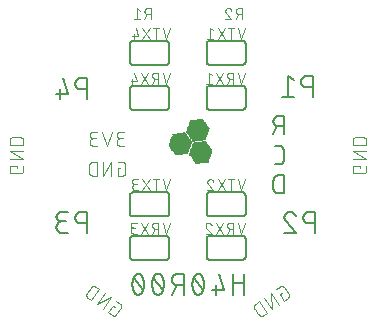
<source format=gbr>
G04 EAGLE Gerber RS-274X export*
G75*
%MOMM*%
%FSLAX34Y34*%
%LPD*%
%INSilkscreen Bottom*%
%IPPOS*%
%AMOC8*
5,1,8,0,0,1.08239X$1,22.5*%
G01*
%ADD10C,0.127000*%
%ADD11C,0.101600*%
%ADD12C,0.152400*%
%ADD13R,0.014731X0.014731*%
%ADD14R,0.147319X0.014731*%
%ADD15R,0.265175X0.014731*%
%ADD16R,0.383031X0.014731*%
%ADD17R,0.515619X0.014731*%
%ADD18R,0.633475X0.014731*%
%ADD19R,0.751331X0.014731*%
%ADD20R,0.883919X0.014731*%
%ADD21R,1.001775X0.014731*%
%ADD22R,1.119631X0.014731*%
%ADD23R,1.134363X0.014731*%
%ADD24R,1.149094X0.014731*%
%ADD25R,1.163825X0.014731*%
%ADD26R,1.178556X0.014731*%
%ADD27R,1.193288X0.014731*%
%ADD28R,1.222756X0.014731*%
%ADD29R,1.237488X0.014731*%
%ADD30R,1.266950X0.014731*%
%ADD31R,1.281681X0.014731*%
%ADD32R,1.311144X0.014731*%
%ADD33R,1.325881X0.014731*%
%ADD34R,1.355344X0.014731*%
%ADD35R,1.370075X0.014731*%
%ADD36R,1.384806X0.014731*%
%ADD37R,1.399538X0.014731*%
%ADD38R,1.414275X0.014731*%
%ADD39R,1.443738X0.014731*%
%ADD40R,1.458469X0.014731*%
%ADD41R,1.487931X0.014731*%
%ADD42R,1.502663X0.014731*%
%ADD43R,1.517394X0.014731*%
%ADD44R,1.532125X0.014731*%
%ADD45R,1.546856X0.014731*%
%ADD46R,1.576319X0.014731*%
%ADD47R,1.605788X0.014731*%
%ADD48R,1.620519X0.014731*%
%ADD49R,1.649981X0.014731*%
%ADD50R,1.664713X0.014731*%
%ADD51R,1.694175X0.014731*%
%ADD52R,1.708913X0.014731*%
%ADD53R,1.738375X0.014731*%
%ADD54R,1.753106X0.014731*%
%ADD55R,1.767838X0.014731*%
%ADD56R,1.782569X0.014731*%
%ADD57R,1.797306X0.014731*%
%ADD58R,0.117856X0.014731*%
%ADD59R,1.826769X0.014731*%
%ADD60R,0.235713X0.014731*%
%ADD61R,0.353569X0.014731*%
%ADD62R,1.856231X0.014731*%
%ADD63R,0.486156X0.014731*%
%ADD64R,1.870963X0.014731*%
%ADD65R,0.604013X0.014731*%
%ADD66R,0.721869X0.014731*%
%ADD67R,1.885694X0.014731*%
%ADD68R,0.839719X0.014731*%
%ADD69R,0.972306X0.014731*%
%ADD70R,1.090169X0.014731*%
%ADD71R,1.208025X0.014731*%
%ADD72R,1.252219X0.014731*%
%ADD73R,1.296412X0.014731*%
%ADD74R,1.340612X0.014731*%
%ADD75R,1.826763X0.014731*%
%ADD76R,1.414269X0.014731*%
%ADD77R,1.812031X0.014731*%
%ADD78R,1.429000X0.014731*%
%ADD79R,1.458462X0.014731*%
%ADD80R,1.473200X0.014731*%
%ADD81R,1.723644X0.014731*%
%ADD82R,1.694181X0.014731*%
%ADD83R,1.679450X0.014731*%
%ADD84R,1.561594X0.014731*%
%ADD85R,1.576325X0.014731*%
%ADD86R,1.591056X0.014731*%
%ADD87R,1.635250X0.014731*%
%ADD88R,1.561588X0.014731*%
%ADD89R,1.443731X0.014731*%
%ADD90R,1.797300X0.014731*%
%ADD91R,1.841500X0.014731*%
%ADD92R,1.311150X0.014731*%
%ADD93R,1.296419X0.014731*%
%ADD94R,1.193294X0.014731*%
%ADD95R,0.957575X0.014731*%
%ADD96R,0.589281X0.014731*%
%ADD97R,0.471425X0.014731*%
%ADD98R,0.220975X0.014731*%
%ADD99R,1.812038X0.014731*%
%ADD100R,0.103119X0.014731*%
%ADD101R,0.029463X0.014731*%
%ADD102R,0.162050X0.014731*%
%ADD103R,0.397763X0.014731*%
%ADD104R,0.648206X0.014731*%
%ADD105R,1.679444X0.014731*%
%ADD106R,1.016506X0.014731*%
%ADD107R,1.104900X0.014731*%
%ADD108R,1.222750X0.014731*%
%ADD109R,1.429006X0.014731*%
%ADD110R,1.208019X0.014731*%
%ADD111R,0.987044X0.014731*%
%ADD112R,0.854456X0.014731*%
%ADD113R,0.618744X0.014731*%
%ADD114R,0.500888X0.014731*%
%ADD115R,0.368300X0.014731*%
%ADD116R,0.132587X0.014731*%
%ADD117R,1.664719X0.014731*%
%ADD118R,1.075438X0.014731*%
%ADD119R,0.942844X0.014731*%
%ADD120R,0.707131X0.014731*%
%ADD121R,0.456694X0.014731*%
%ADD122R,0.088388X0.014731*%
%ADD123C,0.076200*%


D10*
X427228Y313814D02*
X427228Y329308D01*
X422924Y329308D01*
X422924Y329309D02*
X422794Y329307D01*
X422664Y329301D01*
X422534Y329291D01*
X422405Y329278D01*
X422276Y329260D01*
X422148Y329239D01*
X422021Y329213D01*
X421894Y329184D01*
X421768Y329151D01*
X421644Y329114D01*
X421520Y329074D01*
X421398Y329029D01*
X421277Y328981D01*
X421158Y328930D01*
X421040Y328875D01*
X420924Y328816D01*
X420810Y328754D01*
X420697Y328688D01*
X420587Y328619D01*
X420479Y328547D01*
X420373Y328472D01*
X420270Y328393D01*
X420169Y328311D01*
X420070Y328227D01*
X419974Y328139D01*
X419881Y328048D01*
X419790Y327955D01*
X419702Y327859D01*
X419618Y327760D01*
X419536Y327659D01*
X419457Y327556D01*
X419382Y327450D01*
X419310Y327342D01*
X419241Y327232D01*
X419175Y327119D01*
X419113Y327005D01*
X419054Y326889D01*
X418999Y326771D01*
X418948Y326652D01*
X418900Y326531D01*
X418855Y326409D01*
X418815Y326285D01*
X418778Y326161D01*
X418745Y326035D01*
X418716Y325908D01*
X418690Y325781D01*
X418669Y325653D01*
X418651Y325524D01*
X418638Y325395D01*
X418628Y325265D01*
X418622Y325135D01*
X418620Y325005D01*
X418620Y318118D01*
X418622Y317988D01*
X418628Y317858D01*
X418638Y317728D01*
X418651Y317599D01*
X418669Y317470D01*
X418690Y317342D01*
X418716Y317215D01*
X418745Y317088D01*
X418778Y316962D01*
X418815Y316838D01*
X418855Y316714D01*
X418900Y316592D01*
X418948Y316471D01*
X418999Y316352D01*
X419054Y316234D01*
X419113Y316118D01*
X419175Y316004D01*
X419241Y315891D01*
X419310Y315781D01*
X419382Y315673D01*
X419457Y315567D01*
X419536Y315464D01*
X419618Y315363D01*
X419702Y315264D01*
X419790Y315168D01*
X419881Y315075D01*
X419974Y314984D01*
X420070Y314896D01*
X420169Y314812D01*
X420270Y314730D01*
X420373Y314651D01*
X420479Y314576D01*
X420587Y314504D01*
X420697Y314435D01*
X420810Y314369D01*
X420924Y314307D01*
X421040Y314248D01*
X421158Y314193D01*
X421277Y314142D01*
X421398Y314094D01*
X421520Y314049D01*
X421644Y314009D01*
X421768Y313972D01*
X421894Y313939D01*
X422021Y313910D01*
X422148Y313884D01*
X422276Y313863D01*
X422405Y313845D01*
X422534Y313832D01*
X422664Y313822D01*
X422794Y313816D01*
X422924Y313814D01*
X427228Y313814D01*
X423714Y338666D02*
X420271Y338666D01*
X423714Y338666D02*
X423829Y338668D01*
X423944Y338674D01*
X424059Y338683D01*
X424173Y338697D01*
X424287Y338714D01*
X424400Y338735D01*
X424512Y338760D01*
X424624Y338788D01*
X424734Y338821D01*
X424843Y338857D01*
X424951Y338896D01*
X425058Y338939D01*
X425163Y338986D01*
X425267Y339036D01*
X425369Y339090D01*
X425469Y339147D01*
X425567Y339207D01*
X425663Y339270D01*
X425756Y339337D01*
X425848Y339407D01*
X425937Y339480D01*
X426024Y339556D01*
X426108Y339634D01*
X426189Y339715D01*
X426268Y339800D01*
X426343Y339886D01*
X426416Y339975D01*
X426486Y340067D01*
X426553Y340160D01*
X426616Y340256D01*
X426676Y340354D01*
X426733Y340454D01*
X426787Y340556D01*
X426837Y340660D01*
X426884Y340765D01*
X426927Y340872D01*
X426967Y340980D01*
X427002Y341089D01*
X427035Y341199D01*
X427063Y341311D01*
X427088Y341423D01*
X427109Y341536D01*
X427126Y341650D01*
X427140Y341764D01*
X427149Y341879D01*
X427155Y341994D01*
X427157Y342109D01*
X427157Y350717D01*
X427155Y350832D01*
X427149Y350947D01*
X427140Y351062D01*
X427126Y351176D01*
X427109Y351290D01*
X427088Y351403D01*
X427063Y351515D01*
X427035Y351627D01*
X427002Y351737D01*
X426967Y351846D01*
X426927Y351954D01*
X426884Y352061D01*
X426837Y352166D01*
X426787Y352270D01*
X426733Y352372D01*
X426676Y352472D01*
X426616Y352570D01*
X426553Y352666D01*
X426486Y352759D01*
X426416Y352851D01*
X426343Y352940D01*
X426268Y353026D01*
X426189Y353111D01*
X426108Y353192D01*
X426024Y353270D01*
X425937Y353346D01*
X425848Y353419D01*
X425756Y353489D01*
X425663Y353556D01*
X425567Y353619D01*
X425469Y353679D01*
X425369Y353736D01*
X425267Y353790D01*
X425163Y353840D01*
X425058Y353887D01*
X424951Y353930D01*
X424843Y353969D01*
X424734Y354005D01*
X424624Y354038D01*
X424512Y354066D01*
X424400Y354091D01*
X424287Y354112D01*
X424173Y354129D01*
X424059Y354143D01*
X423944Y354152D01*
X423829Y354158D01*
X423714Y354160D01*
X420271Y354160D01*
D11*
X288724Y335389D02*
X286776Y335389D01*
X286776Y328898D01*
X290671Y328898D01*
X290770Y328900D01*
X290870Y328906D01*
X290969Y328915D01*
X291067Y328928D01*
X291165Y328945D01*
X291263Y328966D01*
X291359Y328991D01*
X291454Y329019D01*
X291548Y329051D01*
X291641Y329086D01*
X291733Y329125D01*
X291823Y329168D01*
X291911Y329213D01*
X291998Y329263D01*
X292082Y329315D01*
X292165Y329371D01*
X292245Y329429D01*
X292323Y329491D01*
X292398Y329556D01*
X292471Y329624D01*
X292541Y329694D01*
X292609Y329767D01*
X292674Y329842D01*
X292736Y329920D01*
X292794Y330000D01*
X292850Y330083D01*
X292902Y330167D01*
X292952Y330254D01*
X292997Y330342D01*
X293040Y330432D01*
X293079Y330524D01*
X293114Y330617D01*
X293146Y330711D01*
X293174Y330806D01*
X293199Y330902D01*
X293220Y331000D01*
X293237Y331098D01*
X293250Y331196D01*
X293259Y331295D01*
X293265Y331395D01*
X293267Y331494D01*
X293268Y331494D02*
X293268Y337986D01*
X293267Y337986D02*
X293265Y338085D01*
X293259Y338185D01*
X293250Y338284D01*
X293237Y338382D01*
X293220Y338480D01*
X293199Y338578D01*
X293174Y338674D01*
X293146Y338769D01*
X293114Y338863D01*
X293079Y338956D01*
X293040Y339048D01*
X292997Y339138D01*
X292952Y339226D01*
X292902Y339313D01*
X292850Y339397D01*
X292794Y339480D01*
X292736Y339560D01*
X292674Y339638D01*
X292609Y339713D01*
X292541Y339786D01*
X292471Y339856D01*
X292398Y339924D01*
X292323Y339989D01*
X292245Y340051D01*
X292165Y340109D01*
X292082Y340165D01*
X291998Y340217D01*
X291911Y340267D01*
X291823Y340312D01*
X291733Y340355D01*
X291641Y340394D01*
X291548Y340429D01*
X291454Y340461D01*
X291359Y340489D01*
X291263Y340514D01*
X291165Y340535D01*
X291067Y340552D01*
X290969Y340565D01*
X290870Y340574D01*
X290770Y340580D01*
X290671Y340582D01*
X286776Y340582D01*
X281076Y340582D02*
X281076Y328898D01*
X274584Y328898D02*
X281076Y340582D01*
X274584Y340582D02*
X274584Y328898D01*
X268884Y328898D02*
X268884Y340582D01*
X265638Y340582D01*
X265525Y340580D01*
X265412Y340574D01*
X265299Y340564D01*
X265186Y340550D01*
X265074Y340533D01*
X264963Y340511D01*
X264853Y340486D01*
X264743Y340456D01*
X264635Y340423D01*
X264528Y340386D01*
X264422Y340346D01*
X264318Y340301D01*
X264215Y340253D01*
X264114Y340202D01*
X264015Y340147D01*
X263918Y340089D01*
X263823Y340027D01*
X263730Y339962D01*
X263640Y339894D01*
X263552Y339823D01*
X263466Y339748D01*
X263383Y339671D01*
X263303Y339591D01*
X263226Y339508D01*
X263151Y339422D01*
X263080Y339334D01*
X263012Y339244D01*
X262947Y339151D01*
X262885Y339056D01*
X262827Y338959D01*
X262772Y338860D01*
X262721Y338759D01*
X262673Y338656D01*
X262628Y338552D01*
X262588Y338446D01*
X262551Y338339D01*
X262518Y338231D01*
X262488Y338121D01*
X262463Y338011D01*
X262441Y337900D01*
X262424Y337788D01*
X262410Y337675D01*
X262400Y337562D01*
X262394Y337449D01*
X262392Y337336D01*
X262392Y332144D01*
X262394Y332031D01*
X262400Y331918D01*
X262410Y331805D01*
X262424Y331692D01*
X262441Y331580D01*
X262463Y331469D01*
X262488Y331359D01*
X262518Y331249D01*
X262551Y331141D01*
X262588Y331034D01*
X262628Y330928D01*
X262673Y330824D01*
X262721Y330721D01*
X262772Y330620D01*
X262827Y330521D01*
X262885Y330424D01*
X262947Y330329D01*
X263012Y330236D01*
X263080Y330146D01*
X263151Y330058D01*
X263226Y329972D01*
X263303Y329889D01*
X263383Y329809D01*
X263466Y329732D01*
X263552Y329657D01*
X263640Y329586D01*
X263730Y329518D01*
X263823Y329453D01*
X263918Y329391D01*
X264015Y329333D01*
X264114Y329278D01*
X264215Y329227D01*
X264318Y329179D01*
X264422Y329134D01*
X264528Y329094D01*
X264635Y329057D01*
X264743Y329024D01*
X264853Y328994D01*
X264963Y328969D01*
X265074Y328947D01*
X265186Y328930D01*
X265299Y328916D01*
X265412Y328906D01*
X265525Y328900D01*
X265638Y328898D01*
X268884Y328898D01*
X492049Y335306D02*
X492049Y337254D01*
X485558Y337254D01*
X485558Y333359D01*
X485560Y333260D01*
X485566Y333160D01*
X485575Y333061D01*
X485588Y332963D01*
X485605Y332865D01*
X485626Y332767D01*
X485651Y332671D01*
X485679Y332576D01*
X485711Y332482D01*
X485746Y332389D01*
X485785Y332297D01*
X485828Y332207D01*
X485873Y332119D01*
X485923Y332032D01*
X485975Y331948D01*
X486031Y331865D01*
X486089Y331785D01*
X486151Y331707D01*
X486216Y331632D01*
X486284Y331559D01*
X486354Y331489D01*
X486427Y331421D01*
X486502Y331356D01*
X486580Y331294D01*
X486660Y331236D01*
X486743Y331180D01*
X486827Y331128D01*
X486914Y331078D01*
X487002Y331033D01*
X487092Y330990D01*
X487184Y330951D01*
X487277Y330916D01*
X487371Y330884D01*
X487466Y330856D01*
X487562Y330831D01*
X487660Y330810D01*
X487758Y330793D01*
X487856Y330780D01*
X487955Y330771D01*
X488055Y330765D01*
X488154Y330763D01*
X494646Y330763D01*
X494745Y330765D01*
X494845Y330771D01*
X494944Y330780D01*
X495042Y330793D01*
X495140Y330810D01*
X495238Y330831D01*
X495334Y330856D01*
X495429Y330884D01*
X495523Y330916D01*
X495616Y330951D01*
X495708Y330990D01*
X495798Y331033D01*
X495886Y331078D01*
X495973Y331128D01*
X496057Y331180D01*
X496140Y331236D01*
X496220Y331294D01*
X496298Y331356D01*
X496373Y331421D01*
X496446Y331489D01*
X496516Y331559D01*
X496584Y331632D01*
X496649Y331707D01*
X496711Y331785D01*
X496769Y331865D01*
X496825Y331948D01*
X496877Y332032D01*
X496927Y332119D01*
X496972Y332207D01*
X497015Y332297D01*
X497054Y332389D01*
X497089Y332481D01*
X497121Y332576D01*
X497149Y332671D01*
X497174Y332767D01*
X497195Y332865D01*
X497212Y332963D01*
X497225Y333061D01*
X497234Y333160D01*
X497240Y333260D01*
X497242Y333359D01*
X497242Y337254D01*
X497242Y342954D02*
X485558Y342954D01*
X485558Y349446D02*
X497242Y342954D01*
X497242Y349446D02*
X485558Y349446D01*
X485558Y355146D02*
X497242Y355146D01*
X497242Y358392D01*
X497240Y358505D01*
X497234Y358618D01*
X497224Y358731D01*
X497210Y358844D01*
X497193Y358956D01*
X497171Y359067D01*
X497146Y359177D01*
X497116Y359287D01*
X497083Y359395D01*
X497046Y359502D01*
X497006Y359608D01*
X496961Y359712D01*
X496913Y359815D01*
X496862Y359916D01*
X496807Y360015D01*
X496749Y360112D01*
X496687Y360207D01*
X496622Y360300D01*
X496554Y360390D01*
X496483Y360478D01*
X496408Y360564D01*
X496331Y360647D01*
X496251Y360727D01*
X496168Y360804D01*
X496082Y360879D01*
X495994Y360950D01*
X495904Y361018D01*
X495811Y361083D01*
X495716Y361145D01*
X495619Y361203D01*
X495520Y361258D01*
X495419Y361309D01*
X495316Y361357D01*
X495212Y361402D01*
X495106Y361442D01*
X494999Y361479D01*
X494891Y361512D01*
X494781Y361542D01*
X494671Y361567D01*
X494560Y361589D01*
X494448Y361606D01*
X494335Y361620D01*
X494222Y361630D01*
X494109Y361636D01*
X493996Y361638D01*
X488804Y361638D01*
X488691Y361636D01*
X488578Y361630D01*
X488465Y361620D01*
X488352Y361606D01*
X488240Y361589D01*
X488129Y361567D01*
X488019Y361542D01*
X487909Y361512D01*
X487801Y361479D01*
X487694Y361442D01*
X487588Y361402D01*
X487484Y361357D01*
X487381Y361309D01*
X487280Y361258D01*
X487181Y361203D01*
X487084Y361145D01*
X486989Y361083D01*
X486896Y361018D01*
X486806Y360950D01*
X486718Y360879D01*
X486632Y360804D01*
X486549Y360727D01*
X486469Y360647D01*
X486392Y360564D01*
X486317Y360478D01*
X486246Y360390D01*
X486178Y360300D01*
X486113Y360207D01*
X486051Y360112D01*
X485993Y360015D01*
X485938Y359916D01*
X485887Y359815D01*
X485839Y359712D01*
X485794Y359608D01*
X485754Y359502D01*
X485717Y359395D01*
X485684Y359287D01*
X485654Y359177D01*
X485629Y359067D01*
X485607Y358956D01*
X485590Y358844D01*
X485576Y358731D01*
X485566Y358618D01*
X485560Y358505D01*
X485558Y358392D01*
X485558Y355146D01*
X425446Y229503D02*
X423851Y228386D01*
X427574Y223068D01*
X430765Y225302D01*
X430764Y225302D02*
X430844Y225361D01*
X430922Y225423D01*
X430998Y225487D01*
X431071Y225555D01*
X431142Y225625D01*
X431209Y225698D01*
X431274Y225773D01*
X431336Y225851D01*
X431395Y225931D01*
X431451Y226013D01*
X431504Y226098D01*
X431553Y226184D01*
X431599Y226272D01*
X431642Y226362D01*
X431681Y226453D01*
X431716Y226546D01*
X431748Y226640D01*
X431777Y226736D01*
X431801Y226832D01*
X431822Y226929D01*
X431840Y227027D01*
X431853Y227126D01*
X431863Y227225D01*
X431869Y227324D01*
X431871Y227423D01*
X431869Y227523D01*
X431864Y227622D01*
X431854Y227721D01*
X431841Y227820D01*
X431825Y227918D01*
X431804Y228015D01*
X431780Y228112D01*
X431752Y228207D01*
X431720Y228301D01*
X431685Y228394D01*
X431646Y228486D01*
X431604Y228576D01*
X431558Y228664D01*
X431509Y228751D01*
X431457Y228835D01*
X431402Y228918D01*
X427679Y234236D01*
X427679Y234235D02*
X427620Y234315D01*
X427558Y234393D01*
X427494Y234469D01*
X427426Y234542D01*
X427356Y234613D01*
X427283Y234680D01*
X427208Y234745D01*
X427130Y234807D01*
X427050Y234866D01*
X426968Y234922D01*
X426883Y234975D01*
X426797Y235024D01*
X426709Y235070D01*
X426619Y235113D01*
X426528Y235152D01*
X426435Y235187D01*
X426341Y235219D01*
X426245Y235248D01*
X426149Y235272D01*
X426052Y235293D01*
X425954Y235311D01*
X425855Y235324D01*
X425756Y235334D01*
X425657Y235340D01*
X425558Y235342D01*
X425458Y235340D01*
X425359Y235335D01*
X425260Y235326D01*
X425161Y235312D01*
X425063Y235296D01*
X424966Y235275D01*
X424869Y235251D01*
X424774Y235223D01*
X424680Y235191D01*
X424587Y235156D01*
X424495Y235117D01*
X424405Y235075D01*
X424317Y235029D01*
X424230Y234980D01*
X424146Y234928D01*
X424063Y234873D01*
X420873Y232639D01*
X416203Y229369D02*
X422904Y219799D01*
X417587Y216075D02*
X416203Y229369D01*
X410886Y225646D02*
X417587Y216075D01*
X412917Y212805D02*
X406216Y222376D01*
X403557Y220515D01*
X403466Y220448D01*
X403376Y220379D01*
X403289Y220306D01*
X403205Y220230D01*
X403124Y220151D01*
X403045Y220070D01*
X402969Y219986D01*
X402896Y219899D01*
X402827Y219810D01*
X402760Y219718D01*
X402697Y219624D01*
X402637Y219528D01*
X402580Y219430D01*
X402527Y219330D01*
X402477Y219228D01*
X402431Y219124D01*
X402389Y219019D01*
X402350Y218913D01*
X402315Y218805D01*
X402284Y218696D01*
X402256Y218586D01*
X402233Y218475D01*
X402213Y218364D01*
X402197Y218252D01*
X402185Y218139D01*
X402177Y218026D01*
X402173Y217913D01*
X402173Y217799D01*
X402177Y217686D01*
X402185Y217573D01*
X402197Y217460D01*
X402213Y217348D01*
X402233Y217237D01*
X402256Y217126D01*
X402284Y217016D01*
X402315Y216907D01*
X402350Y216799D01*
X402389Y216693D01*
X402431Y216588D01*
X402477Y216484D01*
X402527Y216382D01*
X402580Y216282D01*
X402637Y216184D01*
X402697Y216088D01*
X402760Y215994D01*
X402760Y215995D02*
X405739Y211741D01*
X405738Y211740D02*
X405805Y211649D01*
X405874Y211559D01*
X405947Y211472D01*
X406023Y211388D01*
X406102Y211307D01*
X406183Y211228D01*
X406267Y211152D01*
X406354Y211079D01*
X406444Y211010D01*
X406535Y210943D01*
X406629Y210880D01*
X406725Y210820D01*
X406823Y210763D01*
X406923Y210710D01*
X407025Y210660D01*
X407129Y210614D01*
X407234Y210572D01*
X407340Y210533D01*
X407448Y210498D01*
X407557Y210467D01*
X407667Y210439D01*
X407778Y210416D01*
X407889Y210396D01*
X408001Y210380D01*
X408114Y210368D01*
X408227Y210360D01*
X408340Y210356D01*
X408454Y210356D01*
X408567Y210360D01*
X408680Y210368D01*
X408793Y210380D01*
X408905Y210396D01*
X409016Y210416D01*
X409127Y210439D01*
X409237Y210467D01*
X409346Y210498D01*
X409454Y210533D01*
X409560Y210572D01*
X409665Y210614D01*
X409769Y210660D01*
X409871Y210710D01*
X409971Y210763D01*
X410069Y210820D01*
X410165Y210880D01*
X410259Y210943D01*
X410259Y210944D02*
X412917Y212805D01*
X284166Y217323D02*
X282571Y218440D01*
X278848Y213123D01*
X282038Y210889D01*
X282121Y210834D01*
X282205Y210782D01*
X282292Y210733D01*
X282380Y210687D01*
X282470Y210645D01*
X282562Y210606D01*
X282655Y210571D01*
X282749Y210539D01*
X282844Y210511D01*
X282941Y210487D01*
X283038Y210466D01*
X283136Y210450D01*
X283235Y210436D01*
X283334Y210427D01*
X283433Y210422D01*
X283533Y210420D01*
X283632Y210422D01*
X283731Y210428D01*
X283830Y210438D01*
X283929Y210451D01*
X284027Y210469D01*
X284124Y210490D01*
X284220Y210514D01*
X284316Y210543D01*
X284410Y210575D01*
X284503Y210610D01*
X284594Y210649D01*
X284684Y210692D01*
X284772Y210738D01*
X284858Y210787D01*
X284943Y210840D01*
X285025Y210896D01*
X285105Y210955D01*
X285183Y211017D01*
X285258Y211082D01*
X285331Y211149D01*
X285401Y211220D01*
X285469Y211293D01*
X285533Y211369D01*
X285595Y211447D01*
X285654Y211527D01*
X289377Y216844D01*
X289432Y216927D01*
X289484Y217011D01*
X289533Y217098D01*
X289579Y217186D01*
X289621Y217276D01*
X289660Y217368D01*
X289695Y217461D01*
X289727Y217555D01*
X289755Y217650D01*
X289779Y217747D01*
X289800Y217844D01*
X289816Y217942D01*
X289830Y218041D01*
X289839Y218140D01*
X289844Y218239D01*
X289846Y218339D01*
X289844Y218438D01*
X289838Y218537D01*
X289828Y218636D01*
X289815Y218735D01*
X289797Y218833D01*
X289776Y218930D01*
X289752Y219026D01*
X289723Y219122D01*
X289691Y219216D01*
X289656Y219309D01*
X289617Y219400D01*
X289574Y219490D01*
X289528Y219578D01*
X289479Y219664D01*
X289426Y219749D01*
X289370Y219831D01*
X289311Y219911D01*
X289249Y219989D01*
X289184Y220064D01*
X289117Y220137D01*
X289046Y220207D01*
X288973Y220275D01*
X288897Y220339D01*
X288819Y220401D01*
X288739Y220460D01*
X288740Y220460D02*
X285549Y222694D01*
X280880Y225964D02*
X274178Y216393D01*
X268861Y220116D02*
X280880Y225964D01*
X275562Y229687D02*
X268861Y220116D01*
X264191Y223386D02*
X270892Y232957D01*
X268234Y234818D01*
X268234Y234819D02*
X268140Y234882D01*
X268044Y234942D01*
X267946Y234999D01*
X267846Y235052D01*
X267744Y235102D01*
X267640Y235148D01*
X267535Y235190D01*
X267429Y235229D01*
X267321Y235264D01*
X267212Y235295D01*
X267102Y235323D01*
X266991Y235346D01*
X266880Y235366D01*
X266768Y235382D01*
X266655Y235394D01*
X266542Y235402D01*
X266429Y235406D01*
X266315Y235406D01*
X266202Y235402D01*
X266089Y235394D01*
X265976Y235382D01*
X265864Y235366D01*
X265753Y235346D01*
X265642Y235323D01*
X265532Y235295D01*
X265423Y235264D01*
X265315Y235229D01*
X265209Y235190D01*
X265104Y235148D01*
X265000Y235102D01*
X264898Y235052D01*
X264798Y234999D01*
X264700Y234942D01*
X264604Y234882D01*
X264510Y234819D01*
X264419Y234752D01*
X264329Y234683D01*
X264242Y234610D01*
X264158Y234534D01*
X264077Y234455D01*
X263998Y234374D01*
X263922Y234290D01*
X263849Y234203D01*
X263780Y234114D01*
X263713Y234022D01*
X263714Y234021D02*
X260735Y229768D01*
X260672Y229674D01*
X260612Y229578D01*
X260555Y229480D01*
X260502Y229380D01*
X260452Y229278D01*
X260406Y229174D01*
X260364Y229069D01*
X260325Y228963D01*
X260290Y228855D01*
X260259Y228746D01*
X260231Y228636D01*
X260208Y228525D01*
X260188Y228414D01*
X260172Y228302D01*
X260160Y228189D01*
X260152Y228076D01*
X260148Y227963D01*
X260148Y227849D01*
X260152Y227736D01*
X260160Y227623D01*
X260172Y227510D01*
X260188Y227398D01*
X260208Y227287D01*
X260231Y227176D01*
X260259Y227066D01*
X260290Y226957D01*
X260325Y226849D01*
X260364Y226743D01*
X260406Y226638D01*
X260452Y226534D01*
X260502Y226432D01*
X260555Y226332D01*
X260612Y226234D01*
X260672Y226138D01*
X260735Y226044D01*
X260802Y225952D01*
X260871Y225863D01*
X260944Y225776D01*
X261020Y225692D01*
X261099Y225611D01*
X261180Y225532D01*
X261264Y225456D01*
X261351Y225383D01*
X261441Y225314D01*
X261532Y225247D01*
X264191Y223386D01*
X201649Y335306D02*
X201649Y337254D01*
X195158Y337254D01*
X195158Y333359D01*
X195160Y333260D01*
X195166Y333160D01*
X195175Y333061D01*
X195188Y332963D01*
X195205Y332865D01*
X195226Y332767D01*
X195251Y332671D01*
X195279Y332576D01*
X195311Y332482D01*
X195346Y332389D01*
X195385Y332297D01*
X195428Y332207D01*
X195473Y332119D01*
X195523Y332032D01*
X195575Y331948D01*
X195631Y331865D01*
X195689Y331785D01*
X195751Y331707D01*
X195816Y331632D01*
X195884Y331559D01*
X195954Y331489D01*
X196027Y331421D01*
X196102Y331356D01*
X196180Y331294D01*
X196260Y331236D01*
X196343Y331180D01*
X196427Y331128D01*
X196514Y331078D01*
X196602Y331033D01*
X196692Y330990D01*
X196784Y330951D01*
X196877Y330916D01*
X196971Y330884D01*
X197066Y330856D01*
X197162Y330831D01*
X197260Y330810D01*
X197358Y330793D01*
X197456Y330780D01*
X197555Y330771D01*
X197655Y330765D01*
X197754Y330763D01*
X204246Y330763D01*
X204345Y330765D01*
X204445Y330771D01*
X204544Y330780D01*
X204642Y330793D01*
X204740Y330810D01*
X204838Y330831D01*
X204934Y330856D01*
X205029Y330884D01*
X205123Y330916D01*
X205216Y330951D01*
X205308Y330990D01*
X205398Y331033D01*
X205486Y331078D01*
X205573Y331128D01*
X205657Y331180D01*
X205740Y331236D01*
X205820Y331294D01*
X205898Y331356D01*
X205973Y331421D01*
X206046Y331489D01*
X206116Y331559D01*
X206184Y331632D01*
X206249Y331707D01*
X206311Y331785D01*
X206369Y331865D01*
X206425Y331948D01*
X206477Y332032D01*
X206527Y332119D01*
X206572Y332207D01*
X206615Y332297D01*
X206654Y332389D01*
X206689Y332481D01*
X206721Y332576D01*
X206749Y332671D01*
X206774Y332767D01*
X206795Y332865D01*
X206812Y332963D01*
X206825Y333061D01*
X206834Y333160D01*
X206840Y333260D01*
X206842Y333359D01*
X206842Y337254D01*
X206842Y342954D02*
X195158Y342954D01*
X195158Y349446D02*
X206842Y342954D01*
X206842Y349446D02*
X195158Y349446D01*
X195158Y355146D02*
X206842Y355146D01*
X206842Y358392D01*
X206840Y358505D01*
X206834Y358618D01*
X206824Y358731D01*
X206810Y358844D01*
X206793Y358956D01*
X206771Y359067D01*
X206746Y359177D01*
X206716Y359287D01*
X206683Y359395D01*
X206646Y359502D01*
X206606Y359608D01*
X206561Y359712D01*
X206513Y359815D01*
X206462Y359916D01*
X206407Y360015D01*
X206349Y360112D01*
X206287Y360207D01*
X206222Y360300D01*
X206154Y360390D01*
X206083Y360478D01*
X206008Y360564D01*
X205931Y360647D01*
X205851Y360727D01*
X205768Y360804D01*
X205682Y360879D01*
X205594Y360950D01*
X205504Y361018D01*
X205411Y361083D01*
X205316Y361145D01*
X205219Y361203D01*
X205120Y361258D01*
X205019Y361309D01*
X204916Y361357D01*
X204812Y361402D01*
X204706Y361442D01*
X204599Y361479D01*
X204491Y361512D01*
X204381Y361542D01*
X204271Y361567D01*
X204160Y361589D01*
X204048Y361606D01*
X203935Y361620D01*
X203822Y361630D01*
X203709Y361636D01*
X203596Y361638D01*
X198404Y361638D01*
X198291Y361636D01*
X198178Y361630D01*
X198065Y361620D01*
X197952Y361606D01*
X197840Y361589D01*
X197729Y361567D01*
X197619Y361542D01*
X197509Y361512D01*
X197401Y361479D01*
X197294Y361442D01*
X197188Y361402D01*
X197084Y361357D01*
X196981Y361309D01*
X196880Y361258D01*
X196781Y361203D01*
X196684Y361145D01*
X196589Y361083D01*
X196496Y361018D01*
X196406Y360950D01*
X196318Y360879D01*
X196232Y360804D01*
X196149Y360727D01*
X196069Y360647D01*
X195992Y360564D01*
X195917Y360478D01*
X195846Y360390D01*
X195778Y360300D01*
X195713Y360207D01*
X195651Y360112D01*
X195593Y360015D01*
X195538Y359916D01*
X195487Y359815D01*
X195439Y359712D01*
X195394Y359608D01*
X195354Y359502D01*
X195317Y359395D01*
X195284Y359287D01*
X195254Y359177D01*
X195229Y359067D01*
X195207Y358956D01*
X195190Y358844D01*
X195176Y358731D01*
X195166Y358618D01*
X195160Y358505D01*
X195158Y358392D01*
X195158Y355146D01*
X289020Y354118D02*
X292266Y354118D01*
X289020Y354118D02*
X288907Y354120D01*
X288794Y354126D01*
X288681Y354136D01*
X288568Y354150D01*
X288456Y354167D01*
X288345Y354189D01*
X288235Y354214D01*
X288125Y354244D01*
X288017Y354277D01*
X287910Y354314D01*
X287804Y354354D01*
X287700Y354399D01*
X287597Y354447D01*
X287496Y354498D01*
X287397Y354553D01*
X287300Y354611D01*
X287205Y354673D01*
X287112Y354738D01*
X287022Y354806D01*
X286934Y354877D01*
X286848Y354952D01*
X286765Y355029D01*
X286685Y355109D01*
X286608Y355192D01*
X286533Y355278D01*
X286462Y355366D01*
X286394Y355456D01*
X286329Y355549D01*
X286267Y355644D01*
X286209Y355741D01*
X286154Y355840D01*
X286103Y355941D01*
X286055Y356044D01*
X286010Y356148D01*
X285970Y356254D01*
X285933Y356361D01*
X285900Y356469D01*
X285870Y356579D01*
X285845Y356689D01*
X285823Y356800D01*
X285806Y356912D01*
X285792Y357025D01*
X285782Y357138D01*
X285776Y357251D01*
X285774Y357364D01*
X285776Y357477D01*
X285782Y357590D01*
X285792Y357703D01*
X285806Y357816D01*
X285823Y357928D01*
X285845Y358039D01*
X285870Y358149D01*
X285900Y358259D01*
X285933Y358367D01*
X285970Y358474D01*
X286010Y358580D01*
X286055Y358684D01*
X286103Y358787D01*
X286154Y358888D01*
X286209Y358987D01*
X286267Y359084D01*
X286329Y359179D01*
X286394Y359272D01*
X286462Y359362D01*
X286533Y359450D01*
X286608Y359536D01*
X286685Y359619D01*
X286765Y359699D01*
X286848Y359776D01*
X286934Y359851D01*
X287022Y359922D01*
X287112Y359990D01*
X287205Y360055D01*
X287300Y360117D01*
X287397Y360175D01*
X287496Y360230D01*
X287597Y360281D01*
X287700Y360329D01*
X287804Y360374D01*
X287910Y360414D01*
X288017Y360451D01*
X288125Y360484D01*
X288235Y360514D01*
X288345Y360539D01*
X288456Y360561D01*
X288568Y360578D01*
X288681Y360592D01*
X288794Y360602D01*
X288907Y360608D01*
X289020Y360610D01*
X288371Y365802D02*
X292266Y365802D01*
X288371Y365802D02*
X288270Y365800D01*
X288170Y365794D01*
X288070Y365784D01*
X287970Y365771D01*
X287871Y365753D01*
X287772Y365732D01*
X287675Y365707D01*
X287578Y365678D01*
X287483Y365645D01*
X287389Y365609D01*
X287297Y365569D01*
X287206Y365526D01*
X287117Y365479D01*
X287030Y365429D01*
X286944Y365375D01*
X286861Y365318D01*
X286781Y365258D01*
X286702Y365195D01*
X286626Y365128D01*
X286553Y365059D01*
X286483Y364987D01*
X286415Y364913D01*
X286350Y364836D01*
X286289Y364756D01*
X286230Y364674D01*
X286175Y364590D01*
X286123Y364504D01*
X286074Y364416D01*
X286029Y364326D01*
X285987Y364234D01*
X285949Y364141D01*
X285915Y364046D01*
X285884Y363951D01*
X285857Y363854D01*
X285834Y363756D01*
X285814Y363657D01*
X285799Y363557D01*
X285787Y363457D01*
X285779Y363357D01*
X285775Y363256D01*
X285775Y363156D01*
X285779Y363055D01*
X285787Y362955D01*
X285799Y362855D01*
X285814Y362755D01*
X285834Y362656D01*
X285857Y362558D01*
X285884Y362461D01*
X285915Y362366D01*
X285949Y362271D01*
X285987Y362178D01*
X286029Y362086D01*
X286074Y361996D01*
X286123Y361908D01*
X286175Y361822D01*
X286230Y361738D01*
X286289Y361656D01*
X286350Y361576D01*
X286415Y361499D01*
X286483Y361425D01*
X286553Y361353D01*
X286626Y361284D01*
X286702Y361217D01*
X286781Y361154D01*
X286861Y361094D01*
X286944Y361037D01*
X287030Y360983D01*
X287117Y360933D01*
X287206Y360886D01*
X287297Y360843D01*
X287389Y360803D01*
X287483Y360767D01*
X287578Y360734D01*
X287675Y360705D01*
X287772Y360680D01*
X287871Y360659D01*
X287970Y360641D01*
X288070Y360628D01*
X288170Y360618D01*
X288270Y360612D01*
X288371Y360610D01*
X288371Y360609D02*
X290967Y360609D01*
X281485Y365802D02*
X277590Y354118D01*
X273695Y365802D01*
X269406Y354118D02*
X266160Y354118D01*
X266047Y354120D01*
X265934Y354126D01*
X265821Y354136D01*
X265708Y354150D01*
X265596Y354167D01*
X265485Y354189D01*
X265375Y354214D01*
X265265Y354244D01*
X265157Y354277D01*
X265050Y354314D01*
X264944Y354354D01*
X264840Y354399D01*
X264737Y354447D01*
X264636Y354498D01*
X264537Y354553D01*
X264440Y354611D01*
X264345Y354673D01*
X264252Y354738D01*
X264162Y354806D01*
X264074Y354877D01*
X263988Y354952D01*
X263905Y355029D01*
X263825Y355109D01*
X263748Y355192D01*
X263673Y355278D01*
X263602Y355366D01*
X263534Y355456D01*
X263469Y355549D01*
X263407Y355644D01*
X263349Y355741D01*
X263294Y355840D01*
X263243Y355941D01*
X263195Y356044D01*
X263150Y356148D01*
X263110Y356254D01*
X263073Y356361D01*
X263040Y356469D01*
X263010Y356579D01*
X262985Y356689D01*
X262963Y356800D01*
X262946Y356912D01*
X262932Y357025D01*
X262922Y357138D01*
X262916Y357251D01*
X262914Y357364D01*
X262916Y357477D01*
X262922Y357590D01*
X262932Y357703D01*
X262946Y357816D01*
X262963Y357928D01*
X262985Y358039D01*
X263010Y358149D01*
X263040Y358259D01*
X263073Y358367D01*
X263110Y358474D01*
X263150Y358580D01*
X263195Y358684D01*
X263243Y358787D01*
X263294Y358888D01*
X263349Y358987D01*
X263407Y359084D01*
X263469Y359179D01*
X263534Y359272D01*
X263602Y359362D01*
X263673Y359450D01*
X263748Y359536D01*
X263825Y359619D01*
X263905Y359699D01*
X263988Y359776D01*
X264074Y359851D01*
X264162Y359922D01*
X264252Y359990D01*
X264345Y360055D01*
X264440Y360117D01*
X264537Y360175D01*
X264636Y360230D01*
X264737Y360281D01*
X264840Y360329D01*
X264944Y360374D01*
X265050Y360414D01*
X265157Y360451D01*
X265265Y360484D01*
X265375Y360514D01*
X265485Y360539D01*
X265596Y360561D01*
X265708Y360578D01*
X265821Y360592D01*
X265934Y360602D01*
X266047Y360608D01*
X266160Y360610D01*
X265511Y365802D02*
X269406Y365802D01*
X265511Y365802D02*
X265410Y365800D01*
X265310Y365794D01*
X265210Y365784D01*
X265110Y365771D01*
X265011Y365753D01*
X264912Y365732D01*
X264815Y365707D01*
X264718Y365678D01*
X264623Y365645D01*
X264529Y365609D01*
X264437Y365569D01*
X264346Y365526D01*
X264257Y365479D01*
X264170Y365429D01*
X264084Y365375D01*
X264001Y365318D01*
X263921Y365258D01*
X263842Y365195D01*
X263766Y365128D01*
X263693Y365059D01*
X263623Y364987D01*
X263555Y364913D01*
X263490Y364836D01*
X263429Y364756D01*
X263370Y364674D01*
X263315Y364590D01*
X263263Y364504D01*
X263214Y364416D01*
X263169Y364326D01*
X263127Y364234D01*
X263089Y364141D01*
X263055Y364046D01*
X263024Y363951D01*
X262997Y363854D01*
X262974Y363756D01*
X262954Y363657D01*
X262939Y363557D01*
X262927Y363457D01*
X262919Y363357D01*
X262915Y363256D01*
X262915Y363156D01*
X262919Y363055D01*
X262927Y362955D01*
X262939Y362855D01*
X262954Y362755D01*
X262974Y362656D01*
X262997Y362558D01*
X263024Y362461D01*
X263055Y362366D01*
X263089Y362271D01*
X263127Y362178D01*
X263169Y362086D01*
X263214Y361996D01*
X263263Y361908D01*
X263315Y361822D01*
X263370Y361738D01*
X263429Y361656D01*
X263490Y361576D01*
X263555Y361499D01*
X263623Y361425D01*
X263693Y361353D01*
X263766Y361284D01*
X263842Y361217D01*
X263921Y361154D01*
X264001Y361094D01*
X264084Y361037D01*
X264170Y360983D01*
X264257Y360933D01*
X264346Y360886D01*
X264437Y360843D01*
X264529Y360803D01*
X264623Y360767D01*
X264718Y360734D01*
X264815Y360705D01*
X264912Y360680D01*
X265011Y360659D01*
X265110Y360641D01*
X265210Y360628D01*
X265310Y360618D01*
X265410Y360612D01*
X265511Y360610D01*
X265511Y360609D02*
X268107Y360609D01*
D12*
X451821Y395698D02*
X451821Y413478D01*
X446883Y413478D01*
X446743Y413476D01*
X446604Y413470D01*
X446464Y413460D01*
X446325Y413446D01*
X446186Y413429D01*
X446048Y413407D01*
X445911Y413381D01*
X445774Y413352D01*
X445638Y413319D01*
X445504Y413282D01*
X445370Y413241D01*
X445238Y413196D01*
X445106Y413147D01*
X444977Y413095D01*
X444849Y413040D01*
X444722Y412980D01*
X444597Y412917D01*
X444474Y412851D01*
X444353Y412781D01*
X444234Y412708D01*
X444117Y412631D01*
X444003Y412551D01*
X443890Y412468D01*
X443780Y412382D01*
X443673Y412292D01*
X443568Y412200D01*
X443466Y412105D01*
X443366Y412007D01*
X443269Y411906D01*
X443175Y411802D01*
X443085Y411696D01*
X442997Y411587D01*
X442912Y411476D01*
X442831Y411362D01*
X442752Y411247D01*
X442677Y411129D01*
X442606Y411009D01*
X442538Y410886D01*
X442473Y410763D01*
X442412Y410637D01*
X442354Y410509D01*
X442300Y410381D01*
X442250Y410250D01*
X442203Y410118D01*
X442160Y409985D01*
X442121Y409851D01*
X442086Y409716D01*
X442055Y409580D01*
X442027Y409442D01*
X442004Y409305D01*
X441984Y409166D01*
X441968Y409027D01*
X441956Y408888D01*
X441948Y408749D01*
X441944Y408609D01*
X441944Y408469D01*
X441948Y408329D01*
X441956Y408190D01*
X441968Y408051D01*
X441984Y407912D01*
X442004Y407773D01*
X442027Y407636D01*
X442055Y407498D01*
X442086Y407362D01*
X442121Y407227D01*
X442160Y407093D01*
X442203Y406960D01*
X442250Y406828D01*
X442300Y406697D01*
X442354Y406569D01*
X442412Y406441D01*
X442473Y406315D01*
X442538Y406192D01*
X442606Y406070D01*
X442677Y405949D01*
X442752Y405831D01*
X442831Y405716D01*
X442912Y405602D01*
X442997Y405491D01*
X443085Y405382D01*
X443175Y405276D01*
X443269Y405172D01*
X443366Y405071D01*
X443466Y404973D01*
X443568Y404878D01*
X443673Y404786D01*
X443780Y404696D01*
X443890Y404610D01*
X444003Y404527D01*
X444117Y404447D01*
X444234Y404370D01*
X444353Y404297D01*
X444474Y404227D01*
X444597Y404161D01*
X444722Y404098D01*
X444849Y404038D01*
X444977Y403983D01*
X445106Y403931D01*
X445238Y403882D01*
X445370Y403837D01*
X445504Y403796D01*
X445638Y403759D01*
X445774Y403726D01*
X445911Y403697D01*
X446048Y403671D01*
X446186Y403649D01*
X446325Y403632D01*
X446464Y403618D01*
X446604Y403608D01*
X446743Y403602D01*
X446883Y403600D01*
X451821Y403600D01*
X435826Y409526D02*
X430887Y413478D01*
X430887Y395698D01*
X425949Y395698D02*
X435826Y395698D01*
X453726Y298290D02*
X453726Y280510D01*
X453726Y298290D02*
X448788Y298290D01*
X448648Y298288D01*
X448509Y298282D01*
X448369Y298272D01*
X448230Y298258D01*
X448091Y298241D01*
X447953Y298219D01*
X447816Y298193D01*
X447679Y298164D01*
X447543Y298131D01*
X447409Y298094D01*
X447275Y298053D01*
X447143Y298008D01*
X447011Y297959D01*
X446882Y297907D01*
X446754Y297852D01*
X446627Y297792D01*
X446502Y297729D01*
X446379Y297663D01*
X446258Y297593D01*
X446139Y297520D01*
X446022Y297443D01*
X445908Y297363D01*
X445795Y297280D01*
X445685Y297194D01*
X445578Y297104D01*
X445473Y297012D01*
X445371Y296917D01*
X445271Y296819D01*
X445174Y296718D01*
X445080Y296614D01*
X444990Y296508D01*
X444902Y296399D01*
X444817Y296288D01*
X444736Y296174D01*
X444657Y296059D01*
X444582Y295941D01*
X444511Y295821D01*
X444443Y295698D01*
X444378Y295575D01*
X444317Y295449D01*
X444259Y295321D01*
X444205Y295193D01*
X444155Y295062D01*
X444108Y294930D01*
X444065Y294797D01*
X444026Y294663D01*
X443991Y294528D01*
X443960Y294392D01*
X443932Y294254D01*
X443909Y294117D01*
X443889Y293978D01*
X443873Y293839D01*
X443861Y293700D01*
X443853Y293561D01*
X443849Y293421D01*
X443849Y293281D01*
X443853Y293141D01*
X443861Y293002D01*
X443873Y292863D01*
X443889Y292724D01*
X443909Y292585D01*
X443932Y292448D01*
X443960Y292310D01*
X443991Y292174D01*
X444026Y292039D01*
X444065Y291905D01*
X444108Y291772D01*
X444155Y291640D01*
X444205Y291509D01*
X444259Y291381D01*
X444317Y291253D01*
X444378Y291127D01*
X444443Y291004D01*
X444511Y290882D01*
X444582Y290761D01*
X444657Y290643D01*
X444736Y290528D01*
X444817Y290414D01*
X444902Y290303D01*
X444990Y290194D01*
X445080Y290088D01*
X445174Y289984D01*
X445271Y289883D01*
X445371Y289785D01*
X445473Y289690D01*
X445578Y289598D01*
X445685Y289508D01*
X445795Y289422D01*
X445908Y289339D01*
X446022Y289259D01*
X446139Y289182D01*
X446258Y289109D01*
X446379Y289039D01*
X446502Y288973D01*
X446627Y288910D01*
X446754Y288850D01*
X446882Y288795D01*
X447011Y288743D01*
X447143Y288694D01*
X447275Y288649D01*
X447409Y288608D01*
X447543Y288571D01*
X447679Y288538D01*
X447816Y288509D01*
X447953Y288483D01*
X448091Y288461D01*
X448230Y288444D01*
X448369Y288430D01*
X448509Y288420D01*
X448648Y288414D01*
X448788Y288412D01*
X453726Y288412D01*
X432299Y298290D02*
X432167Y298288D01*
X432036Y298282D01*
X431904Y298272D01*
X431773Y298259D01*
X431643Y298241D01*
X431513Y298220D01*
X431383Y298195D01*
X431255Y298166D01*
X431127Y298133D01*
X431001Y298096D01*
X430875Y298056D01*
X430751Y298012D01*
X430628Y297964D01*
X430507Y297913D01*
X430387Y297858D01*
X430269Y297800D01*
X430153Y297738D01*
X430039Y297672D01*
X429926Y297604D01*
X429816Y297532D01*
X429708Y297457D01*
X429602Y297378D01*
X429498Y297297D01*
X429397Y297212D01*
X429299Y297125D01*
X429203Y297034D01*
X429110Y296941D01*
X429019Y296845D01*
X428932Y296747D01*
X428847Y296646D01*
X428766Y296542D01*
X428687Y296436D01*
X428612Y296328D01*
X428540Y296218D01*
X428472Y296105D01*
X428406Y295991D01*
X428344Y295875D01*
X428286Y295757D01*
X428231Y295637D01*
X428180Y295516D01*
X428132Y295393D01*
X428088Y295269D01*
X428048Y295143D01*
X428011Y295017D01*
X427978Y294889D01*
X427949Y294761D01*
X427924Y294631D01*
X427903Y294501D01*
X427885Y294371D01*
X427872Y294240D01*
X427862Y294108D01*
X427856Y293977D01*
X427854Y293845D01*
X432299Y298290D02*
X432449Y298288D01*
X432598Y298282D01*
X432747Y298272D01*
X432896Y298259D01*
X433045Y298241D01*
X433193Y298220D01*
X433341Y298194D01*
X433487Y298165D01*
X433633Y298132D01*
X433778Y298095D01*
X433922Y298054D01*
X434065Y298010D01*
X434207Y297962D01*
X434347Y297910D01*
X434486Y297855D01*
X434624Y297796D01*
X434759Y297733D01*
X434894Y297667D01*
X435026Y297597D01*
X435156Y297524D01*
X435285Y297447D01*
X435412Y297367D01*
X435536Y297284D01*
X435658Y297198D01*
X435778Y297108D01*
X435895Y297015D01*
X436010Y296920D01*
X436123Y296821D01*
X436233Y296719D01*
X436340Y296615D01*
X436444Y296508D01*
X436546Y296398D01*
X436644Y296285D01*
X436740Y296170D01*
X436832Y296052D01*
X436922Y295932D01*
X437008Y295810D01*
X437091Y295686D01*
X437171Y295559D01*
X437247Y295431D01*
X437320Y295300D01*
X437390Y295167D01*
X437456Y295033D01*
X437518Y294897D01*
X437577Y294760D01*
X437633Y294621D01*
X437684Y294480D01*
X437732Y294339D01*
X429336Y290388D02*
X429240Y290481D01*
X429148Y290577D01*
X429058Y290676D01*
X428971Y290777D01*
X428887Y290880D01*
X428805Y290985D01*
X428727Y291093D01*
X428652Y291203D01*
X428579Y291315D01*
X428510Y291429D01*
X428444Y291545D01*
X428382Y291663D01*
X428323Y291782D01*
X428267Y291903D01*
X428214Y292026D01*
X428165Y292150D01*
X428120Y292275D01*
X428077Y292402D01*
X428039Y292529D01*
X428004Y292658D01*
X427973Y292787D01*
X427945Y292918D01*
X427921Y293049D01*
X427900Y293181D01*
X427884Y293313D01*
X427871Y293446D01*
X427861Y293579D01*
X427856Y293712D01*
X427854Y293845D01*
X429335Y290388D02*
X437731Y280510D01*
X427854Y280510D01*
X260736Y280510D02*
X260736Y298290D01*
X255798Y298290D01*
X255658Y298288D01*
X255519Y298282D01*
X255379Y298272D01*
X255240Y298258D01*
X255101Y298241D01*
X254963Y298219D01*
X254826Y298193D01*
X254689Y298164D01*
X254553Y298131D01*
X254419Y298094D01*
X254285Y298053D01*
X254153Y298008D01*
X254021Y297959D01*
X253892Y297907D01*
X253764Y297852D01*
X253637Y297792D01*
X253512Y297729D01*
X253389Y297663D01*
X253268Y297593D01*
X253149Y297520D01*
X253032Y297443D01*
X252918Y297363D01*
X252805Y297280D01*
X252695Y297194D01*
X252588Y297104D01*
X252483Y297012D01*
X252381Y296917D01*
X252281Y296819D01*
X252184Y296718D01*
X252090Y296614D01*
X252000Y296508D01*
X251912Y296399D01*
X251827Y296288D01*
X251746Y296174D01*
X251667Y296059D01*
X251592Y295941D01*
X251521Y295821D01*
X251453Y295698D01*
X251388Y295575D01*
X251327Y295449D01*
X251269Y295321D01*
X251215Y295193D01*
X251165Y295062D01*
X251118Y294930D01*
X251075Y294797D01*
X251036Y294663D01*
X251001Y294528D01*
X250970Y294392D01*
X250942Y294254D01*
X250919Y294117D01*
X250899Y293978D01*
X250883Y293839D01*
X250871Y293700D01*
X250863Y293561D01*
X250859Y293421D01*
X250859Y293281D01*
X250863Y293141D01*
X250871Y293002D01*
X250883Y292863D01*
X250899Y292724D01*
X250919Y292585D01*
X250942Y292448D01*
X250970Y292310D01*
X251001Y292174D01*
X251036Y292039D01*
X251075Y291905D01*
X251118Y291772D01*
X251165Y291640D01*
X251215Y291509D01*
X251269Y291381D01*
X251327Y291253D01*
X251388Y291127D01*
X251453Y291004D01*
X251521Y290882D01*
X251592Y290761D01*
X251667Y290643D01*
X251746Y290528D01*
X251827Y290414D01*
X251912Y290303D01*
X252000Y290194D01*
X252090Y290088D01*
X252184Y289984D01*
X252281Y289883D01*
X252381Y289785D01*
X252483Y289690D01*
X252588Y289598D01*
X252695Y289508D01*
X252805Y289422D01*
X252918Y289339D01*
X253032Y289259D01*
X253149Y289182D01*
X253268Y289109D01*
X253389Y289039D01*
X253512Y288973D01*
X253637Y288910D01*
X253764Y288850D01*
X253892Y288795D01*
X254021Y288743D01*
X254153Y288694D01*
X254285Y288649D01*
X254419Y288608D01*
X254553Y288571D01*
X254689Y288538D01*
X254826Y288509D01*
X254963Y288483D01*
X255101Y288461D01*
X255240Y288444D01*
X255379Y288430D01*
X255519Y288420D01*
X255658Y288414D01*
X255798Y288412D01*
X260736Y288412D01*
X244741Y280510D02*
X239802Y280510D01*
X239662Y280512D01*
X239523Y280518D01*
X239383Y280528D01*
X239244Y280542D01*
X239105Y280559D01*
X238967Y280581D01*
X238830Y280607D01*
X238693Y280636D01*
X238557Y280669D01*
X238423Y280706D01*
X238289Y280747D01*
X238157Y280792D01*
X238025Y280841D01*
X237896Y280893D01*
X237768Y280948D01*
X237641Y281008D01*
X237516Y281071D01*
X237393Y281137D01*
X237272Y281207D01*
X237153Y281280D01*
X237036Y281357D01*
X236922Y281437D01*
X236809Y281520D01*
X236699Y281606D01*
X236592Y281696D01*
X236487Y281788D01*
X236385Y281883D01*
X236285Y281981D01*
X236188Y282082D01*
X236094Y282186D01*
X236004Y282292D01*
X235916Y282401D01*
X235831Y282512D01*
X235750Y282626D01*
X235671Y282741D01*
X235596Y282859D01*
X235525Y282980D01*
X235457Y283102D01*
X235392Y283225D01*
X235331Y283351D01*
X235273Y283479D01*
X235219Y283607D01*
X235169Y283738D01*
X235122Y283870D01*
X235079Y284003D01*
X235040Y284137D01*
X235005Y284272D01*
X234974Y284408D01*
X234946Y284546D01*
X234923Y284683D01*
X234903Y284822D01*
X234887Y284961D01*
X234875Y285100D01*
X234867Y285239D01*
X234863Y285379D01*
X234863Y285519D01*
X234867Y285659D01*
X234875Y285798D01*
X234887Y285937D01*
X234903Y286076D01*
X234923Y286215D01*
X234946Y286352D01*
X234974Y286490D01*
X235005Y286626D01*
X235040Y286761D01*
X235079Y286895D01*
X235122Y287028D01*
X235169Y287160D01*
X235219Y287291D01*
X235273Y287419D01*
X235331Y287547D01*
X235392Y287673D01*
X235457Y287796D01*
X235525Y287919D01*
X235596Y288039D01*
X235671Y288157D01*
X235750Y288272D01*
X235831Y288386D01*
X235916Y288497D01*
X236004Y288606D01*
X236094Y288712D01*
X236188Y288816D01*
X236285Y288917D01*
X236385Y289015D01*
X236487Y289110D01*
X236592Y289202D01*
X236699Y289292D01*
X236809Y289378D01*
X236922Y289461D01*
X237036Y289541D01*
X237153Y289618D01*
X237272Y289691D01*
X237393Y289761D01*
X237516Y289827D01*
X237641Y289890D01*
X237768Y289950D01*
X237896Y290005D01*
X238025Y290057D01*
X238157Y290106D01*
X238289Y290151D01*
X238423Y290192D01*
X238557Y290229D01*
X238693Y290262D01*
X238830Y290291D01*
X238967Y290317D01*
X239105Y290339D01*
X239244Y290356D01*
X239383Y290370D01*
X239523Y290380D01*
X239662Y290386D01*
X239802Y290388D01*
X238815Y298290D02*
X244741Y298290D01*
X238815Y298290D02*
X238691Y298288D01*
X238567Y298282D01*
X238443Y298272D01*
X238320Y298259D01*
X238197Y298241D01*
X238075Y298220D01*
X237953Y298195D01*
X237832Y298166D01*
X237713Y298133D01*
X237594Y298097D01*
X237477Y298056D01*
X237361Y298013D01*
X237246Y297965D01*
X237133Y297914D01*
X237021Y297859D01*
X236912Y297801D01*
X236804Y297740D01*
X236698Y297675D01*
X236594Y297607D01*
X236493Y297535D01*
X236393Y297461D01*
X236297Y297383D01*
X236202Y297303D01*
X236110Y297219D01*
X236021Y297133D01*
X235935Y297044D01*
X235851Y296952D01*
X235771Y296857D01*
X235693Y296761D01*
X235619Y296661D01*
X235547Y296560D01*
X235479Y296456D01*
X235414Y296350D01*
X235353Y296242D01*
X235295Y296133D01*
X235240Y296021D01*
X235189Y295908D01*
X235141Y295793D01*
X235098Y295677D01*
X235057Y295560D01*
X235021Y295441D01*
X234988Y295322D01*
X234959Y295201D01*
X234934Y295079D01*
X234913Y294957D01*
X234895Y294834D01*
X234882Y294711D01*
X234872Y294587D01*
X234866Y294463D01*
X234864Y294339D01*
X234866Y294215D01*
X234872Y294091D01*
X234882Y293967D01*
X234895Y293844D01*
X234913Y293721D01*
X234934Y293599D01*
X234959Y293477D01*
X234988Y293356D01*
X235021Y293237D01*
X235057Y293118D01*
X235098Y293001D01*
X235141Y292885D01*
X235189Y292770D01*
X235240Y292657D01*
X235295Y292545D01*
X235353Y292436D01*
X235414Y292328D01*
X235479Y292222D01*
X235547Y292118D01*
X235619Y292017D01*
X235693Y291917D01*
X235771Y291821D01*
X235851Y291726D01*
X235935Y291634D01*
X236021Y291545D01*
X236110Y291459D01*
X236202Y291375D01*
X236297Y291295D01*
X236393Y291217D01*
X236493Y291143D01*
X236594Y291071D01*
X236698Y291003D01*
X236804Y290938D01*
X236912Y290877D01*
X237021Y290819D01*
X237133Y290764D01*
X237246Y290713D01*
X237361Y290665D01*
X237477Y290622D01*
X237594Y290581D01*
X237713Y290545D01*
X237832Y290512D01*
X237953Y290483D01*
X238075Y290458D01*
X238197Y290437D01*
X238320Y290419D01*
X238443Y290406D01*
X238567Y290396D01*
X238691Y290390D01*
X238815Y290388D01*
X242766Y290388D01*
X260736Y394110D02*
X260736Y411890D01*
X255798Y411890D01*
X255658Y411888D01*
X255519Y411882D01*
X255379Y411872D01*
X255240Y411858D01*
X255101Y411841D01*
X254963Y411819D01*
X254826Y411793D01*
X254689Y411764D01*
X254553Y411731D01*
X254419Y411694D01*
X254285Y411653D01*
X254153Y411608D01*
X254021Y411559D01*
X253892Y411507D01*
X253764Y411452D01*
X253637Y411392D01*
X253512Y411329D01*
X253389Y411263D01*
X253268Y411193D01*
X253149Y411120D01*
X253032Y411043D01*
X252918Y410963D01*
X252805Y410880D01*
X252695Y410794D01*
X252588Y410704D01*
X252483Y410612D01*
X252381Y410517D01*
X252281Y410419D01*
X252184Y410318D01*
X252090Y410214D01*
X252000Y410108D01*
X251912Y409999D01*
X251827Y409888D01*
X251746Y409774D01*
X251667Y409659D01*
X251592Y409541D01*
X251521Y409421D01*
X251453Y409298D01*
X251388Y409175D01*
X251327Y409049D01*
X251269Y408921D01*
X251215Y408793D01*
X251165Y408662D01*
X251118Y408530D01*
X251075Y408397D01*
X251036Y408263D01*
X251001Y408128D01*
X250970Y407992D01*
X250942Y407854D01*
X250919Y407717D01*
X250899Y407578D01*
X250883Y407439D01*
X250871Y407300D01*
X250863Y407161D01*
X250859Y407021D01*
X250859Y406881D01*
X250863Y406741D01*
X250871Y406602D01*
X250883Y406463D01*
X250899Y406324D01*
X250919Y406185D01*
X250942Y406048D01*
X250970Y405910D01*
X251001Y405774D01*
X251036Y405639D01*
X251075Y405505D01*
X251118Y405372D01*
X251165Y405240D01*
X251215Y405109D01*
X251269Y404981D01*
X251327Y404853D01*
X251388Y404727D01*
X251453Y404604D01*
X251521Y404482D01*
X251592Y404361D01*
X251667Y404243D01*
X251746Y404128D01*
X251827Y404014D01*
X251912Y403903D01*
X252000Y403794D01*
X252090Y403688D01*
X252184Y403584D01*
X252281Y403483D01*
X252381Y403385D01*
X252483Y403290D01*
X252588Y403198D01*
X252695Y403108D01*
X252805Y403022D01*
X252918Y402939D01*
X253032Y402859D01*
X253149Y402782D01*
X253268Y402709D01*
X253389Y402639D01*
X253512Y402573D01*
X253637Y402510D01*
X253764Y402450D01*
X253892Y402395D01*
X254021Y402343D01*
X254153Y402294D01*
X254285Y402249D01*
X254419Y402208D01*
X254553Y402171D01*
X254689Y402138D01*
X254826Y402109D01*
X254963Y402083D01*
X255101Y402061D01*
X255240Y402044D01*
X255379Y402030D01*
X255519Y402020D01*
X255658Y402014D01*
X255798Y402012D01*
X260736Y402012D01*
X244741Y398061D02*
X240790Y411890D01*
X244741Y398061D02*
X234864Y398061D01*
X237827Y402012D02*
X237827Y394110D01*
X393893Y245951D02*
X393893Y228171D01*
X393893Y238049D02*
X384015Y238049D01*
X384015Y245951D02*
X384015Y228171D01*
X376584Y232122D02*
X372633Y245951D01*
X376584Y232122D02*
X366706Y232122D01*
X369670Y236073D02*
X369670Y228171D01*
X359834Y237061D02*
X359830Y237411D01*
X359817Y237760D01*
X359796Y238109D01*
X359767Y238458D01*
X359730Y238806D01*
X359684Y239153D01*
X359630Y239498D01*
X359568Y239842D01*
X359497Y240185D01*
X359418Y240526D01*
X359332Y240865D01*
X359237Y241201D01*
X359134Y241536D01*
X359023Y241867D01*
X358905Y242197D01*
X358778Y242523D01*
X358644Y242846D01*
X358502Y243165D01*
X358352Y243482D01*
X358352Y243481D02*
X358312Y243594D01*
X358268Y243704D01*
X358220Y243814D01*
X358169Y243921D01*
X358114Y244027D01*
X358056Y244132D01*
X357994Y244234D01*
X357929Y244334D01*
X357861Y244432D01*
X357790Y244528D01*
X357715Y244621D01*
X357638Y244712D01*
X357558Y244800D01*
X357475Y244885D01*
X357389Y244968D01*
X357300Y245048D01*
X357209Y245125D01*
X357115Y245199D01*
X357019Y245270D01*
X356921Y245338D01*
X356821Y245402D01*
X356718Y245464D01*
X356614Y245521D01*
X356508Y245576D01*
X356400Y245627D01*
X356290Y245674D01*
X356179Y245718D01*
X356067Y245758D01*
X355953Y245794D01*
X355839Y245827D01*
X355723Y245856D01*
X355606Y245881D01*
X355489Y245902D01*
X355371Y245920D01*
X355252Y245933D01*
X355133Y245943D01*
X355014Y245949D01*
X354895Y245951D01*
X354776Y245949D01*
X354657Y245943D01*
X354538Y245933D01*
X354419Y245920D01*
X354301Y245902D01*
X354184Y245881D01*
X354067Y245856D01*
X353951Y245827D01*
X353837Y245794D01*
X353723Y245758D01*
X353611Y245718D01*
X353500Y245674D01*
X353390Y245627D01*
X353282Y245576D01*
X353176Y245521D01*
X353072Y245464D01*
X352969Y245402D01*
X352869Y245338D01*
X352771Y245270D01*
X352675Y245199D01*
X352581Y245125D01*
X352490Y245048D01*
X352401Y244968D01*
X352316Y244885D01*
X352232Y244800D01*
X352152Y244712D01*
X352075Y244621D01*
X352000Y244528D01*
X351929Y244432D01*
X351861Y244334D01*
X351796Y244234D01*
X351734Y244132D01*
X351676Y244027D01*
X351621Y243922D01*
X351570Y243814D01*
X351522Y243704D01*
X351478Y243594D01*
X351438Y243481D01*
X351438Y243482D02*
X351288Y243165D01*
X351146Y242846D01*
X351012Y242523D01*
X350885Y242197D01*
X350767Y241867D01*
X350656Y241536D01*
X350553Y241201D01*
X350458Y240865D01*
X350372Y240526D01*
X350293Y240185D01*
X350222Y239842D01*
X350160Y239498D01*
X350106Y239153D01*
X350060Y238806D01*
X350023Y238458D01*
X349994Y238109D01*
X349973Y237760D01*
X349960Y237411D01*
X349956Y237061D01*
X359833Y237061D02*
X359829Y236711D01*
X359816Y236362D01*
X359795Y236013D01*
X359766Y235664D01*
X359729Y235316D01*
X359683Y234969D01*
X359629Y234624D01*
X359567Y234280D01*
X359496Y233937D01*
X359417Y233596D01*
X359331Y233257D01*
X359236Y232921D01*
X359133Y232586D01*
X359022Y232255D01*
X358904Y231926D01*
X358777Y231599D01*
X358643Y231276D01*
X358501Y230957D01*
X358351Y230641D01*
X358352Y230641D02*
X358312Y230528D01*
X358268Y230418D01*
X358220Y230308D01*
X358169Y230201D01*
X358114Y230095D01*
X358056Y229990D01*
X357994Y229888D01*
X357929Y229788D01*
X357861Y229690D01*
X357790Y229594D01*
X357715Y229501D01*
X357638Y229410D01*
X357558Y229322D01*
X357475Y229237D01*
X357389Y229154D01*
X357300Y229074D01*
X357209Y228997D01*
X357115Y228923D01*
X357019Y228852D01*
X356921Y228784D01*
X356821Y228720D01*
X356718Y228658D01*
X356614Y228601D01*
X356508Y228546D01*
X356400Y228495D01*
X356290Y228448D01*
X356179Y228404D01*
X356067Y228364D01*
X355953Y228328D01*
X355839Y228295D01*
X355723Y228266D01*
X355606Y228241D01*
X355489Y228220D01*
X355371Y228202D01*
X355252Y228189D01*
X355133Y228179D01*
X355014Y228173D01*
X354895Y228171D01*
X351438Y230641D02*
X351288Y230957D01*
X351146Y231276D01*
X351012Y231599D01*
X350885Y231926D01*
X350767Y232255D01*
X350656Y232586D01*
X350553Y232921D01*
X350458Y233257D01*
X350372Y233596D01*
X350293Y233937D01*
X350222Y234280D01*
X350160Y234624D01*
X350106Y234969D01*
X350060Y235316D01*
X350023Y235664D01*
X349994Y236013D01*
X349973Y236362D01*
X349960Y236711D01*
X349956Y237061D01*
X351438Y230641D02*
X351478Y230528D01*
X351522Y230418D01*
X351570Y230308D01*
X351621Y230200D01*
X351676Y230094D01*
X351734Y229990D01*
X351796Y229888D01*
X351861Y229788D01*
X351929Y229690D01*
X352000Y229594D01*
X352075Y229501D01*
X352152Y229410D01*
X352232Y229322D01*
X352316Y229237D01*
X352401Y229154D01*
X352490Y229074D01*
X352581Y228997D01*
X352675Y228923D01*
X352771Y228852D01*
X352869Y228784D01*
X352969Y228720D01*
X353072Y228658D01*
X353176Y228600D01*
X353282Y228546D01*
X353390Y228495D01*
X353500Y228448D01*
X353611Y228404D01*
X353723Y228364D01*
X353837Y228328D01*
X353951Y228295D01*
X354067Y228266D01*
X354184Y228241D01*
X354301Y228220D01*
X354419Y228202D01*
X354538Y228189D01*
X354657Y228179D01*
X354776Y228173D01*
X354895Y228171D01*
X358846Y232122D02*
X350944Y242000D01*
X342439Y245951D02*
X342439Y228171D01*
X342439Y245951D02*
X337500Y245951D01*
X337360Y245949D01*
X337221Y245943D01*
X337081Y245933D01*
X336942Y245919D01*
X336803Y245902D01*
X336665Y245880D01*
X336528Y245854D01*
X336391Y245825D01*
X336255Y245792D01*
X336121Y245755D01*
X335987Y245714D01*
X335855Y245669D01*
X335723Y245620D01*
X335594Y245568D01*
X335466Y245513D01*
X335339Y245453D01*
X335214Y245390D01*
X335091Y245324D01*
X334970Y245254D01*
X334851Y245181D01*
X334734Y245104D01*
X334620Y245024D01*
X334507Y244941D01*
X334397Y244855D01*
X334290Y244765D01*
X334185Y244673D01*
X334083Y244578D01*
X333983Y244480D01*
X333886Y244379D01*
X333792Y244275D01*
X333702Y244169D01*
X333614Y244060D01*
X333529Y243949D01*
X333448Y243835D01*
X333369Y243720D01*
X333294Y243602D01*
X333223Y243482D01*
X333155Y243359D01*
X333090Y243236D01*
X333029Y243110D01*
X332971Y242982D01*
X332917Y242854D01*
X332867Y242723D01*
X332820Y242591D01*
X332777Y242458D01*
X332738Y242324D01*
X332703Y242189D01*
X332672Y242053D01*
X332644Y241915D01*
X332621Y241778D01*
X332601Y241639D01*
X332585Y241500D01*
X332573Y241361D01*
X332565Y241222D01*
X332561Y241082D01*
X332561Y240942D01*
X332565Y240802D01*
X332573Y240663D01*
X332585Y240524D01*
X332601Y240385D01*
X332621Y240246D01*
X332644Y240109D01*
X332672Y239971D01*
X332703Y239835D01*
X332738Y239700D01*
X332777Y239566D01*
X332820Y239433D01*
X332867Y239301D01*
X332917Y239170D01*
X332971Y239042D01*
X333029Y238914D01*
X333090Y238788D01*
X333155Y238665D01*
X333223Y238542D01*
X333294Y238422D01*
X333369Y238304D01*
X333448Y238189D01*
X333529Y238075D01*
X333614Y237964D01*
X333702Y237855D01*
X333792Y237749D01*
X333886Y237645D01*
X333983Y237544D01*
X334083Y237446D01*
X334185Y237351D01*
X334290Y237259D01*
X334397Y237169D01*
X334507Y237083D01*
X334620Y237000D01*
X334734Y236920D01*
X334851Y236843D01*
X334970Y236770D01*
X335091Y236700D01*
X335214Y236634D01*
X335339Y236571D01*
X335466Y236511D01*
X335594Y236456D01*
X335723Y236404D01*
X335855Y236355D01*
X335987Y236310D01*
X336121Y236269D01*
X336255Y236232D01*
X336391Y236199D01*
X336528Y236170D01*
X336665Y236144D01*
X336803Y236122D01*
X336942Y236105D01*
X337081Y236091D01*
X337221Y236081D01*
X337360Y236075D01*
X337500Y236073D01*
X342439Y236073D01*
X336513Y236073D02*
X332562Y228171D01*
X325774Y237061D02*
X325770Y237411D01*
X325757Y237760D01*
X325736Y238109D01*
X325707Y238458D01*
X325670Y238806D01*
X325624Y239153D01*
X325570Y239498D01*
X325508Y239842D01*
X325437Y240185D01*
X325358Y240526D01*
X325272Y240865D01*
X325177Y241201D01*
X325074Y241536D01*
X324963Y241867D01*
X324845Y242197D01*
X324718Y242523D01*
X324584Y242846D01*
X324442Y243165D01*
X324292Y243482D01*
X324293Y243481D02*
X324253Y243594D01*
X324209Y243704D01*
X324161Y243814D01*
X324110Y243921D01*
X324055Y244027D01*
X323997Y244132D01*
X323935Y244234D01*
X323870Y244334D01*
X323802Y244432D01*
X323731Y244528D01*
X323656Y244621D01*
X323579Y244712D01*
X323499Y244800D01*
X323416Y244885D01*
X323330Y244968D01*
X323241Y245048D01*
X323150Y245125D01*
X323056Y245199D01*
X322960Y245270D01*
X322862Y245338D01*
X322762Y245402D01*
X322659Y245464D01*
X322555Y245521D01*
X322449Y245576D01*
X322341Y245627D01*
X322231Y245674D01*
X322120Y245718D01*
X322008Y245758D01*
X321894Y245794D01*
X321780Y245827D01*
X321664Y245856D01*
X321547Y245881D01*
X321430Y245902D01*
X321312Y245920D01*
X321193Y245933D01*
X321074Y245943D01*
X320955Y245949D01*
X320836Y245951D01*
X320717Y245949D01*
X320598Y245943D01*
X320479Y245933D01*
X320360Y245920D01*
X320242Y245902D01*
X320125Y245881D01*
X320008Y245856D01*
X319892Y245827D01*
X319778Y245794D01*
X319664Y245758D01*
X319552Y245718D01*
X319441Y245674D01*
X319331Y245627D01*
X319223Y245576D01*
X319117Y245521D01*
X319013Y245464D01*
X318910Y245402D01*
X318810Y245338D01*
X318712Y245270D01*
X318616Y245199D01*
X318522Y245125D01*
X318431Y245048D01*
X318342Y244968D01*
X318257Y244885D01*
X318173Y244800D01*
X318093Y244712D01*
X318016Y244621D01*
X317941Y244528D01*
X317870Y244432D01*
X317802Y244334D01*
X317737Y244234D01*
X317675Y244132D01*
X317617Y244027D01*
X317562Y243922D01*
X317511Y243814D01*
X317463Y243704D01*
X317419Y243594D01*
X317379Y243481D01*
X317379Y243482D02*
X317229Y243165D01*
X317087Y242846D01*
X316953Y242523D01*
X316826Y242197D01*
X316708Y241867D01*
X316597Y241536D01*
X316494Y241201D01*
X316399Y240865D01*
X316313Y240526D01*
X316234Y240185D01*
X316163Y239842D01*
X316101Y239498D01*
X316047Y239153D01*
X316001Y238806D01*
X315964Y238458D01*
X315935Y238109D01*
X315914Y237760D01*
X315901Y237411D01*
X315897Y237061D01*
X325774Y237061D02*
X325770Y236711D01*
X325757Y236362D01*
X325736Y236013D01*
X325707Y235664D01*
X325670Y235316D01*
X325624Y234969D01*
X325570Y234624D01*
X325508Y234280D01*
X325437Y233937D01*
X325358Y233596D01*
X325272Y233257D01*
X325177Y232921D01*
X325074Y232586D01*
X324963Y232255D01*
X324845Y231926D01*
X324718Y231599D01*
X324584Y231276D01*
X324442Y230957D01*
X324292Y230641D01*
X324293Y230641D02*
X324253Y230528D01*
X324209Y230418D01*
X324161Y230308D01*
X324110Y230201D01*
X324055Y230095D01*
X323997Y229990D01*
X323935Y229888D01*
X323870Y229788D01*
X323802Y229690D01*
X323731Y229594D01*
X323656Y229501D01*
X323579Y229410D01*
X323499Y229322D01*
X323416Y229237D01*
X323330Y229154D01*
X323241Y229074D01*
X323150Y228997D01*
X323056Y228923D01*
X322960Y228852D01*
X322862Y228784D01*
X322762Y228720D01*
X322659Y228658D01*
X322555Y228601D01*
X322449Y228546D01*
X322341Y228495D01*
X322231Y228448D01*
X322120Y228404D01*
X322008Y228364D01*
X321894Y228328D01*
X321780Y228295D01*
X321664Y228266D01*
X321547Y228241D01*
X321430Y228220D01*
X321312Y228202D01*
X321193Y228189D01*
X321074Y228179D01*
X320955Y228173D01*
X320836Y228171D01*
X317379Y230641D02*
X317229Y230957D01*
X317087Y231276D01*
X316953Y231599D01*
X316826Y231926D01*
X316708Y232255D01*
X316597Y232586D01*
X316494Y232921D01*
X316399Y233257D01*
X316313Y233596D01*
X316234Y233937D01*
X316163Y234280D01*
X316101Y234624D01*
X316047Y234969D01*
X316001Y235316D01*
X315964Y235664D01*
X315935Y236013D01*
X315914Y236362D01*
X315901Y236711D01*
X315897Y237061D01*
X317379Y230641D02*
X317419Y230528D01*
X317463Y230418D01*
X317511Y230308D01*
X317562Y230200D01*
X317617Y230094D01*
X317675Y229990D01*
X317737Y229888D01*
X317802Y229788D01*
X317870Y229690D01*
X317941Y229594D01*
X318016Y229501D01*
X318093Y229410D01*
X318173Y229322D01*
X318257Y229237D01*
X318342Y229154D01*
X318431Y229074D01*
X318522Y228997D01*
X318616Y228923D01*
X318712Y228852D01*
X318810Y228784D01*
X318910Y228720D01*
X319013Y228658D01*
X319117Y228600D01*
X319223Y228546D01*
X319331Y228495D01*
X319441Y228448D01*
X319552Y228404D01*
X319664Y228364D01*
X319778Y228328D01*
X319892Y228295D01*
X320008Y228266D01*
X320125Y228241D01*
X320242Y228220D01*
X320360Y228202D01*
X320479Y228189D01*
X320598Y228179D01*
X320717Y228173D01*
X320836Y228171D01*
X324787Y232122D02*
X316884Y242000D01*
X309024Y237061D02*
X309020Y237411D01*
X309007Y237760D01*
X308986Y238109D01*
X308957Y238458D01*
X308920Y238806D01*
X308874Y239153D01*
X308820Y239498D01*
X308758Y239842D01*
X308687Y240185D01*
X308608Y240526D01*
X308522Y240865D01*
X308427Y241201D01*
X308324Y241536D01*
X308213Y241867D01*
X308095Y242197D01*
X307968Y242523D01*
X307834Y242846D01*
X307692Y243165D01*
X307542Y243482D01*
X307542Y243481D02*
X307502Y243594D01*
X307458Y243704D01*
X307410Y243814D01*
X307359Y243921D01*
X307304Y244027D01*
X307246Y244132D01*
X307184Y244234D01*
X307119Y244334D01*
X307051Y244432D01*
X306980Y244528D01*
X306905Y244621D01*
X306828Y244712D01*
X306748Y244800D01*
X306665Y244885D01*
X306579Y244968D01*
X306490Y245048D01*
X306399Y245125D01*
X306305Y245199D01*
X306209Y245270D01*
X306111Y245338D01*
X306011Y245402D01*
X305908Y245464D01*
X305804Y245521D01*
X305698Y245576D01*
X305590Y245627D01*
X305480Y245674D01*
X305369Y245718D01*
X305257Y245758D01*
X305143Y245794D01*
X305029Y245827D01*
X304913Y245856D01*
X304796Y245881D01*
X304679Y245902D01*
X304561Y245920D01*
X304442Y245933D01*
X304323Y245943D01*
X304204Y245949D01*
X304085Y245951D01*
X303966Y245949D01*
X303847Y245943D01*
X303728Y245933D01*
X303609Y245920D01*
X303491Y245902D01*
X303374Y245881D01*
X303257Y245856D01*
X303141Y245827D01*
X303027Y245794D01*
X302913Y245758D01*
X302801Y245718D01*
X302690Y245674D01*
X302580Y245627D01*
X302472Y245576D01*
X302366Y245521D01*
X302262Y245464D01*
X302159Y245402D01*
X302059Y245338D01*
X301961Y245270D01*
X301865Y245199D01*
X301771Y245125D01*
X301680Y245048D01*
X301591Y244968D01*
X301506Y244885D01*
X301422Y244800D01*
X301342Y244712D01*
X301265Y244621D01*
X301190Y244528D01*
X301119Y244432D01*
X301051Y244334D01*
X300986Y244234D01*
X300924Y244132D01*
X300866Y244027D01*
X300811Y243922D01*
X300760Y243814D01*
X300712Y243704D01*
X300668Y243594D01*
X300628Y243481D01*
X300628Y243482D02*
X300478Y243165D01*
X300336Y242846D01*
X300202Y242523D01*
X300075Y242197D01*
X299957Y241867D01*
X299846Y241536D01*
X299743Y241201D01*
X299648Y240865D01*
X299562Y240526D01*
X299483Y240185D01*
X299412Y239842D01*
X299350Y239498D01*
X299296Y239153D01*
X299250Y238806D01*
X299213Y238458D01*
X299184Y238109D01*
X299163Y237760D01*
X299150Y237411D01*
X299146Y237061D01*
X309024Y237061D02*
X309020Y236711D01*
X309007Y236362D01*
X308986Y236013D01*
X308957Y235664D01*
X308920Y235316D01*
X308874Y234969D01*
X308820Y234624D01*
X308758Y234280D01*
X308687Y233937D01*
X308608Y233596D01*
X308522Y233257D01*
X308427Y232921D01*
X308324Y232586D01*
X308213Y232255D01*
X308095Y231926D01*
X307968Y231599D01*
X307834Y231276D01*
X307692Y230957D01*
X307542Y230641D01*
X307502Y230528D01*
X307458Y230418D01*
X307410Y230308D01*
X307359Y230201D01*
X307304Y230095D01*
X307246Y229990D01*
X307184Y229888D01*
X307119Y229788D01*
X307051Y229690D01*
X306980Y229594D01*
X306905Y229501D01*
X306828Y229410D01*
X306748Y229322D01*
X306665Y229237D01*
X306579Y229154D01*
X306490Y229074D01*
X306399Y228997D01*
X306305Y228923D01*
X306209Y228852D01*
X306111Y228784D01*
X306011Y228720D01*
X305908Y228658D01*
X305804Y228601D01*
X305698Y228546D01*
X305590Y228495D01*
X305480Y228448D01*
X305369Y228404D01*
X305257Y228364D01*
X305143Y228328D01*
X305029Y228295D01*
X304913Y228266D01*
X304796Y228241D01*
X304679Y228220D01*
X304561Y228202D01*
X304442Y228189D01*
X304323Y228179D01*
X304204Y228173D01*
X304085Y228171D01*
X300628Y230641D02*
X300478Y230957D01*
X300336Y231276D01*
X300202Y231599D01*
X300075Y231926D01*
X299957Y232255D01*
X299846Y232586D01*
X299743Y232921D01*
X299648Y233257D01*
X299562Y233596D01*
X299483Y233937D01*
X299412Y234280D01*
X299350Y234624D01*
X299296Y234969D01*
X299250Y235316D01*
X299213Y235664D01*
X299184Y236013D01*
X299163Y236362D01*
X299150Y236711D01*
X299146Y237061D01*
X300628Y230641D02*
X300668Y230528D01*
X300712Y230418D01*
X300760Y230308D01*
X300811Y230200D01*
X300866Y230094D01*
X300924Y229990D01*
X300986Y229888D01*
X301051Y229788D01*
X301119Y229690D01*
X301190Y229594D01*
X301265Y229501D01*
X301342Y229410D01*
X301422Y229322D01*
X301506Y229237D01*
X301591Y229154D01*
X301680Y229074D01*
X301771Y228997D01*
X301865Y228923D01*
X301961Y228852D01*
X302059Y228784D01*
X302159Y228720D01*
X302262Y228658D01*
X302366Y228600D01*
X302472Y228546D01*
X302580Y228495D01*
X302690Y228448D01*
X302801Y228404D01*
X302913Y228364D01*
X303027Y228328D01*
X303141Y228295D01*
X303257Y228266D01*
X303374Y228241D01*
X303491Y228220D01*
X303609Y228202D01*
X303728Y228189D01*
X303847Y228179D01*
X303966Y228173D01*
X304085Y228171D01*
X308036Y232122D02*
X300134Y242000D01*
D13*
X353228Y338689D03*
D14*
X353743Y338836D03*
D15*
X354333Y338983D03*
D16*
X354775Y339131D03*
D17*
X355290Y339278D03*
D18*
X355732Y339425D03*
D19*
X356321Y339573D03*
D20*
X356837Y339720D03*
D21*
X357279Y339867D03*
D22*
X357721Y340015D03*
D23*
X357795Y340162D03*
D24*
X357721Y340309D03*
D25*
X357647Y340457D03*
D26*
X357721Y340604D03*
D27*
X357647Y340751D03*
D28*
X357647Y340898D03*
D29*
X357574Y341046D03*
X357574Y341193D03*
D30*
X357574Y341340D03*
D31*
X357500Y341488D03*
D32*
X357500Y341635D03*
X357500Y341782D03*
D33*
X357426Y341930D03*
D34*
X357426Y342077D03*
D35*
X357353Y342224D03*
D36*
X357426Y342372D03*
D37*
X357353Y342519D03*
D38*
X357279Y342666D03*
D39*
X357279Y342814D03*
X357279Y342961D03*
D40*
X357205Y343108D03*
D41*
X357205Y343256D03*
D42*
X357132Y343403D03*
D43*
X357205Y343550D03*
D44*
X357132Y343698D03*
D45*
X357058Y343845D03*
D46*
X357058Y343992D03*
X357058Y344140D03*
D47*
X357058Y344287D03*
D48*
X356984Y344434D03*
X356984Y344581D03*
D49*
X356984Y344729D03*
D50*
X356911Y344876D03*
D51*
X356911Y345023D03*
X356911Y345171D03*
D52*
X356837Y345318D03*
D53*
X356837Y345465D03*
D54*
X356763Y345613D03*
D55*
X356837Y345760D03*
D56*
X356763Y345907D03*
D57*
X356690Y346055D03*
D58*
X336212Y346055D03*
D59*
X356690Y346202D03*
D60*
X336801Y346202D03*
D59*
X356690Y346349D03*
D61*
X337243Y346349D03*
D62*
X356690Y346497D03*
D63*
X337759Y346497D03*
D64*
X356616Y346644D03*
D65*
X338201Y346644D03*
D64*
X356616Y346791D03*
D66*
X338790Y346791D03*
D67*
X356690Y346939D03*
D68*
X339232Y346939D03*
D67*
X356690Y347086D03*
D69*
X339748Y347086D03*
D64*
X356763Y347233D03*
D70*
X340190Y347233D03*
D67*
X356837Y347381D03*
D22*
X340337Y347381D03*
D67*
X356837Y347528D03*
D24*
X340337Y347528D03*
D67*
X356984Y347675D03*
D25*
X340264Y347675D03*
D67*
X356984Y347823D03*
D26*
X340190Y347823D03*
D64*
X357058Y347970D03*
D27*
X340264Y347970D03*
D67*
X357132Y348117D03*
D71*
X340190Y348117D03*
D67*
X357132Y348264D03*
D29*
X340190Y348264D03*
D67*
X357279Y348412D03*
D72*
X340116Y348412D03*
D67*
X357279Y348559D03*
D72*
X340116Y348559D03*
D64*
X357353Y348706D03*
D31*
X340116Y348706D03*
D67*
X357426Y348854D03*
D73*
X340043Y348854D03*
D67*
X357426Y349001D03*
D33*
X340043Y349001D03*
D67*
X357574Y349148D03*
D33*
X340043Y349148D03*
D67*
X357574Y349296D03*
D74*
X339969Y349296D03*
D64*
X357647Y349443D03*
D35*
X339969Y349443D03*
D62*
X357574Y349590D03*
D36*
X339895Y349590D03*
D62*
X357574Y349738D03*
D37*
X339969Y349738D03*
D75*
X357574Y349885D03*
D76*
X339895Y349885D03*
D77*
X357500Y350032D03*
D78*
X339822Y350032D03*
D56*
X357500Y350180D03*
D79*
X339822Y350180D03*
D56*
X357500Y350327D03*
D79*
X339822Y350327D03*
D55*
X357426Y350474D03*
D80*
X339748Y350474D03*
D53*
X357426Y350622D03*
D42*
X339748Y350622D03*
D81*
X357353Y350769D03*
D42*
X339748Y350769D03*
D52*
X357426Y350916D03*
D44*
X339748Y350916D03*
D82*
X357353Y351064D03*
D45*
X339674Y351064D03*
D83*
X357279Y351211D03*
D84*
X339601Y351211D03*
D49*
X357279Y351358D03*
D85*
X339674Y351358D03*
D49*
X357279Y351506D03*
D86*
X339601Y351506D03*
D87*
X357205Y351653D03*
D48*
X339601Y351653D03*
D47*
X357205Y351800D03*
D87*
X339527Y351800D03*
D47*
X357205Y351947D03*
D87*
X339527Y351947D03*
D85*
X357205Y352095D03*
D50*
X339527Y352095D03*
D88*
X357132Y352242D03*
D83*
X339453Y352242D03*
D45*
X357058Y352389D03*
D52*
X339453Y352389D03*
D44*
X357132Y352537D03*
D52*
X339453Y352537D03*
D43*
X357058Y352684D03*
D81*
X339380Y352684D03*
D41*
X357058Y352831D03*
D54*
X339380Y352831D03*
D80*
X356984Y352979D03*
D55*
X339306Y352979D03*
D80*
X356984Y353126D03*
D56*
X339380Y353126D03*
D89*
X356984Y353273D03*
D90*
X339306Y353273D03*
D78*
X356911Y353421D03*
D77*
X339232Y353421D03*
D37*
X356911Y353568D03*
D91*
X339232Y353568D03*
D37*
X356911Y353715D03*
D91*
X339232Y353715D03*
D36*
X356837Y353863D03*
D64*
X339232Y353863D03*
D34*
X356837Y354010D03*
D67*
X339159Y354010D03*
D74*
X356763Y354157D03*
D64*
X339232Y354157D03*
D33*
X356837Y354305D03*
D67*
X339306Y354305D03*
D92*
X356763Y354452D03*
D67*
X339306Y354452D03*
D93*
X356690Y354599D03*
D64*
X339380Y354599D03*
D30*
X356690Y354747D03*
D67*
X339453Y354747D03*
D30*
X356690Y354894D03*
D67*
X339453Y354894D03*
D72*
X356616Y355041D03*
D67*
X339601Y355041D03*
D28*
X356616Y355189D03*
D67*
X339601Y355189D03*
D71*
X356542Y355336D03*
D64*
X339674Y355336D03*
D94*
X356616Y355483D03*
D67*
X339748Y355483D03*
D26*
X356542Y355630D03*
D67*
X339748Y355630D03*
D25*
X356469Y355778D03*
D67*
X339895Y355778D03*
D24*
X356542Y355925D03*
D67*
X339895Y355925D03*
D23*
X356469Y356072D03*
D64*
X339969Y356072D03*
D70*
X356542Y356220D03*
D67*
X340043Y356220D03*
D95*
X357058Y356367D03*
D67*
X340043Y356367D03*
D68*
X357647Y356514D03*
D67*
X340190Y356514D03*
D66*
X358089Y356662D03*
D67*
X340190Y356662D03*
D96*
X358605Y356809D03*
D62*
X340190Y356809D03*
D97*
X359047Y356956D03*
D91*
X340116Y356956D03*
D61*
X359636Y357104D03*
D91*
X340116Y357104D03*
D98*
X360152Y357251D03*
D99*
X340116Y357251D03*
D100*
X360594Y357398D03*
D57*
X340043Y357398D03*
D101*
X350797Y357546D03*
D56*
X340116Y357546D03*
D102*
X351313Y357693D03*
D55*
X340043Y357693D03*
D15*
X351828Y357840D03*
D54*
X339969Y357840D03*
D103*
X352344Y357988D03*
D81*
X339969Y357988D03*
D17*
X352786Y358135D03*
D81*
X339969Y358135D03*
D104*
X353301Y358282D03*
D82*
X339969Y358282D03*
D19*
X353817Y358430D03*
D105*
X339895Y358430D03*
D20*
X354333Y358577D03*
D50*
X339822Y358577D03*
D106*
X354848Y358724D03*
D49*
X339895Y358724D03*
D107*
X355290Y358872D03*
D87*
X339822Y358872D03*
D23*
X355290Y359019D03*
D48*
X339748Y359019D03*
D24*
X355216Y359166D03*
D86*
X339748Y359166D03*
D25*
X355143Y359313D03*
D86*
X339748Y359313D03*
D26*
X355216Y359461D03*
D88*
X339748Y359461D03*
D27*
X355143Y359608D03*
D45*
X339674Y359608D03*
D108*
X355143Y359755D03*
D44*
X339601Y359755D03*
D29*
X355069Y359903D03*
D43*
X339674Y359903D03*
D29*
X355069Y360050D03*
D42*
X339601Y360050D03*
D30*
X355069Y360197D03*
D80*
X339601Y360197D03*
D31*
X354996Y360345D03*
D40*
X339527Y360345D03*
D32*
X354996Y360492D03*
D40*
X339527Y360492D03*
D32*
X354996Y360639D03*
D109*
X339527Y360639D03*
D33*
X354922Y360787D03*
D76*
X339453Y360787D03*
D34*
X354922Y360934D03*
D36*
X339453Y360934D03*
D35*
X354848Y361081D03*
D36*
X339453Y361081D03*
X354922Y361229D03*
D35*
X339380Y361229D03*
D37*
X354848Y361376D03*
D74*
X339380Y361376D03*
D76*
X354775Y361523D03*
D74*
X339380Y361523D03*
D39*
X354775Y361671D03*
D92*
X339380Y361671D03*
D39*
X354775Y361818D03*
D73*
X339306Y361818D03*
D80*
X354775Y361965D03*
D31*
X339232Y361965D03*
D41*
X354701Y362113D03*
D30*
X339306Y362113D03*
D42*
X354627Y362260D03*
D72*
X339232Y362260D03*
D43*
X354701Y362407D03*
D28*
X339232Y362407D03*
D44*
X354627Y362555D03*
D110*
X339159Y362555D03*
D88*
X354627Y362702D03*
D110*
X339159Y362702D03*
D46*
X354554Y362849D03*
D26*
X339159Y362849D03*
D46*
X354554Y362996D03*
D25*
X339085Y362996D03*
D47*
X354554Y363144D03*
D24*
X339011Y363144D03*
D48*
X354480Y363291D03*
D23*
X339085Y363291D03*
D48*
X354480Y363438D03*
D107*
X339085Y363438D03*
D49*
X354480Y363586D03*
D111*
X339527Y363586D03*
D50*
X354406Y363733D03*
D112*
X340043Y363733D03*
D51*
X354406Y363880D03*
D19*
X340558Y363880D03*
D51*
X354406Y364028D03*
D113*
X341074Y364028D03*
D52*
X354333Y364175D03*
D114*
X341516Y364175D03*
D53*
X354333Y364322D03*
D115*
X342031Y364322D03*
D54*
X354259Y364470D03*
D15*
X342547Y364470D03*
D55*
X354333Y364617D03*
D116*
X343063Y364617D03*
D56*
X354259Y364764D03*
D13*
X343505Y364764D03*
D57*
X354185Y364912D03*
D59*
X354185Y365059D03*
X354185Y365206D03*
D62*
X354185Y365354D03*
D64*
X354112Y365501D03*
X354112Y365648D03*
D67*
X354185Y365796D03*
X354185Y365943D03*
X354333Y366090D03*
X354333Y366238D03*
D64*
X354406Y366385D03*
D67*
X354480Y366532D03*
X354480Y366679D03*
X354627Y366827D03*
X354627Y366974D03*
D64*
X354701Y367121D03*
D67*
X354775Y367269D03*
X354775Y367416D03*
D64*
X354848Y367563D03*
D67*
X354922Y367711D03*
X354922Y367858D03*
X355069Y368005D03*
X355069Y368153D03*
D64*
X355143Y368300D03*
D62*
X355069Y368447D03*
X355069Y368595D03*
D75*
X355069Y368742D03*
D77*
X354996Y368889D03*
D56*
X354996Y369037D03*
X354996Y369184D03*
D55*
X354922Y369331D03*
D53*
X354922Y369479D03*
D81*
X354848Y369626D03*
D52*
X354922Y369773D03*
D82*
X354848Y369921D03*
D83*
X354775Y370068D03*
D117*
X354848Y370215D03*
D49*
X354775Y370362D03*
D48*
X354775Y370510D03*
D47*
X354701Y370657D03*
X354701Y370804D03*
D85*
X354701Y370952D03*
D88*
X354627Y371099D03*
D44*
X354627Y371246D03*
X354627Y371394D03*
D43*
X354554Y371541D03*
D41*
X354554Y371688D03*
D80*
X354480Y371836D03*
X354480Y371983D03*
D89*
X354480Y372130D03*
D78*
X354406Y372278D03*
D37*
X354406Y372425D03*
X354406Y372572D03*
D36*
X354333Y372720D03*
D34*
X354333Y372867D03*
D74*
X354259Y373014D03*
D33*
X354333Y373162D03*
D92*
X354259Y373309D03*
D93*
X354185Y373456D03*
D30*
X354185Y373604D03*
X354185Y373751D03*
D29*
X354185Y373898D03*
D28*
X354112Y374045D03*
D71*
X354038Y374193D03*
D94*
X354112Y374340D03*
D26*
X354038Y374487D03*
D24*
X354038Y374635D03*
X354038Y374782D03*
D23*
X353964Y374929D03*
D118*
X354112Y375077D03*
D119*
X354627Y375224D03*
D68*
X355143Y375371D03*
D120*
X355658Y375519D03*
D96*
X356100Y375666D03*
D121*
X356616Y375813D03*
D61*
X357132Y375961D03*
D98*
X357647Y376108D03*
D122*
X358163Y376255D03*
D10*
X427157Y379560D02*
X427157Y364066D01*
X427157Y379560D02*
X422853Y379560D01*
X422723Y379558D01*
X422593Y379552D01*
X422463Y379542D01*
X422334Y379529D01*
X422205Y379511D01*
X422077Y379490D01*
X421950Y379464D01*
X421823Y379435D01*
X421697Y379402D01*
X421573Y379365D01*
X421449Y379325D01*
X421327Y379280D01*
X421206Y379232D01*
X421087Y379181D01*
X420969Y379126D01*
X420853Y379067D01*
X420739Y379005D01*
X420626Y378939D01*
X420516Y378870D01*
X420408Y378798D01*
X420302Y378723D01*
X420199Y378644D01*
X420098Y378562D01*
X419999Y378478D01*
X419903Y378390D01*
X419810Y378299D01*
X419719Y378206D01*
X419631Y378110D01*
X419547Y378011D01*
X419465Y377910D01*
X419386Y377807D01*
X419311Y377701D01*
X419239Y377593D01*
X419170Y377483D01*
X419104Y377370D01*
X419042Y377256D01*
X418983Y377140D01*
X418928Y377022D01*
X418877Y376903D01*
X418829Y376782D01*
X418784Y376660D01*
X418744Y376536D01*
X418707Y376412D01*
X418674Y376286D01*
X418645Y376159D01*
X418619Y376032D01*
X418598Y375904D01*
X418580Y375775D01*
X418567Y375646D01*
X418557Y375516D01*
X418551Y375386D01*
X418549Y375256D01*
X418551Y375126D01*
X418557Y374996D01*
X418567Y374866D01*
X418580Y374737D01*
X418598Y374608D01*
X418619Y374480D01*
X418645Y374353D01*
X418674Y374226D01*
X418707Y374100D01*
X418744Y373976D01*
X418784Y373852D01*
X418829Y373730D01*
X418877Y373609D01*
X418928Y373490D01*
X418983Y373372D01*
X419042Y373256D01*
X419104Y373142D01*
X419170Y373029D01*
X419239Y372919D01*
X419311Y372811D01*
X419386Y372705D01*
X419465Y372602D01*
X419547Y372501D01*
X419631Y372402D01*
X419719Y372306D01*
X419810Y372213D01*
X419903Y372122D01*
X419999Y372034D01*
X420098Y371950D01*
X420199Y371868D01*
X420302Y371789D01*
X420408Y371714D01*
X420516Y371642D01*
X420626Y371573D01*
X420739Y371507D01*
X420853Y371445D01*
X420969Y371386D01*
X421087Y371331D01*
X421206Y371280D01*
X421327Y371232D01*
X421449Y371187D01*
X421573Y371147D01*
X421697Y371110D01*
X421823Y371077D01*
X421950Y371048D01*
X422077Y371022D01*
X422205Y371001D01*
X422334Y370983D01*
X422463Y370970D01*
X422593Y370960D01*
X422723Y370954D01*
X422853Y370952D01*
X427157Y370952D01*
X421992Y370952D02*
X418549Y364066D01*
D123*
X314579Y461391D02*
X314579Y470789D01*
X311968Y470789D01*
X311867Y470787D01*
X311766Y470781D01*
X311665Y470771D01*
X311565Y470758D01*
X311465Y470740D01*
X311366Y470719D01*
X311268Y470693D01*
X311171Y470664D01*
X311075Y470632D01*
X310981Y470595D01*
X310888Y470555D01*
X310796Y470511D01*
X310707Y470464D01*
X310619Y470413D01*
X310533Y470359D01*
X310450Y470302D01*
X310368Y470242D01*
X310290Y470178D01*
X310213Y470112D01*
X310140Y470042D01*
X310069Y469970D01*
X310001Y469895D01*
X309936Y469817D01*
X309874Y469737D01*
X309815Y469655D01*
X309759Y469570D01*
X309707Y469484D01*
X309658Y469395D01*
X309612Y469304D01*
X309571Y469212D01*
X309532Y469118D01*
X309498Y469023D01*
X309467Y468927D01*
X309440Y468829D01*
X309416Y468731D01*
X309397Y468631D01*
X309381Y468531D01*
X309369Y468431D01*
X309361Y468330D01*
X309357Y468229D01*
X309357Y468127D01*
X309361Y468026D01*
X309369Y467925D01*
X309381Y467825D01*
X309397Y467725D01*
X309416Y467625D01*
X309440Y467527D01*
X309467Y467429D01*
X309498Y467333D01*
X309532Y467238D01*
X309571Y467144D01*
X309612Y467052D01*
X309658Y466961D01*
X309707Y466873D01*
X309759Y466786D01*
X309815Y466701D01*
X309874Y466619D01*
X309936Y466539D01*
X310001Y466461D01*
X310069Y466386D01*
X310140Y466314D01*
X310213Y466244D01*
X310290Y466178D01*
X310368Y466114D01*
X310450Y466054D01*
X310533Y465997D01*
X310619Y465943D01*
X310707Y465892D01*
X310796Y465845D01*
X310888Y465801D01*
X310981Y465761D01*
X311075Y465724D01*
X311171Y465692D01*
X311268Y465663D01*
X311366Y465637D01*
X311465Y465616D01*
X311565Y465598D01*
X311665Y465585D01*
X311766Y465575D01*
X311867Y465569D01*
X311968Y465567D01*
X311968Y465568D02*
X314579Y465568D01*
X311446Y465568D02*
X309358Y461391D01*
X305492Y468701D02*
X302882Y470789D01*
X302882Y461391D01*
X305492Y461391D02*
X300271Y461391D01*
X392049Y461391D02*
X392049Y470789D01*
X389438Y470789D01*
X389337Y470787D01*
X389236Y470781D01*
X389135Y470771D01*
X389035Y470758D01*
X388935Y470740D01*
X388836Y470719D01*
X388738Y470693D01*
X388641Y470664D01*
X388545Y470632D01*
X388451Y470595D01*
X388358Y470555D01*
X388266Y470511D01*
X388177Y470464D01*
X388089Y470413D01*
X388003Y470359D01*
X387920Y470302D01*
X387838Y470242D01*
X387760Y470178D01*
X387683Y470112D01*
X387610Y470042D01*
X387539Y469970D01*
X387471Y469895D01*
X387406Y469817D01*
X387344Y469737D01*
X387285Y469655D01*
X387229Y469570D01*
X387177Y469484D01*
X387128Y469395D01*
X387082Y469304D01*
X387041Y469212D01*
X387002Y469118D01*
X386968Y469023D01*
X386937Y468927D01*
X386910Y468829D01*
X386886Y468731D01*
X386867Y468631D01*
X386851Y468531D01*
X386839Y468431D01*
X386831Y468330D01*
X386827Y468229D01*
X386827Y468127D01*
X386831Y468026D01*
X386839Y467925D01*
X386851Y467825D01*
X386867Y467725D01*
X386886Y467625D01*
X386910Y467527D01*
X386937Y467429D01*
X386968Y467333D01*
X387002Y467238D01*
X387041Y467144D01*
X387082Y467052D01*
X387128Y466961D01*
X387177Y466873D01*
X387229Y466786D01*
X387285Y466701D01*
X387344Y466619D01*
X387406Y466539D01*
X387471Y466461D01*
X387539Y466386D01*
X387610Y466314D01*
X387683Y466244D01*
X387760Y466178D01*
X387838Y466114D01*
X387920Y466054D01*
X388003Y465997D01*
X388089Y465943D01*
X388177Y465892D01*
X388266Y465845D01*
X388358Y465801D01*
X388451Y465761D01*
X388545Y465724D01*
X388641Y465692D01*
X388738Y465663D01*
X388836Y465637D01*
X388935Y465616D01*
X389035Y465598D01*
X389135Y465585D01*
X389236Y465575D01*
X389337Y465569D01*
X389438Y465567D01*
X389438Y465568D02*
X392049Y465568D01*
X388916Y465568D02*
X386828Y461391D01*
X377741Y468440D02*
X377743Y468535D01*
X377749Y468629D01*
X377758Y468723D01*
X377771Y468817D01*
X377788Y468910D01*
X377809Y469002D01*
X377834Y469094D01*
X377862Y469184D01*
X377894Y469273D01*
X377929Y469361D01*
X377968Y469447D01*
X378010Y469532D01*
X378056Y469615D01*
X378105Y469696D01*
X378157Y469775D01*
X378212Y469852D01*
X378271Y469926D01*
X378332Y469998D01*
X378396Y470068D01*
X378463Y470135D01*
X378533Y470199D01*
X378605Y470260D01*
X378679Y470319D01*
X378756Y470374D01*
X378835Y470426D01*
X378916Y470475D01*
X378999Y470521D01*
X379084Y470563D01*
X379170Y470602D01*
X379258Y470637D01*
X379347Y470669D01*
X379437Y470697D01*
X379529Y470722D01*
X379621Y470743D01*
X379714Y470760D01*
X379808Y470773D01*
X379902Y470782D01*
X379996Y470788D01*
X380091Y470790D01*
X380091Y470789D02*
X380199Y470787D01*
X380308Y470781D01*
X380416Y470771D01*
X380523Y470758D01*
X380630Y470740D01*
X380737Y470719D01*
X380842Y470694D01*
X380947Y470665D01*
X381050Y470633D01*
X381152Y470596D01*
X381253Y470556D01*
X381352Y470513D01*
X381450Y470466D01*
X381546Y470415D01*
X381640Y470361D01*
X381732Y470304D01*
X381822Y470243D01*
X381910Y470179D01*
X381995Y470113D01*
X382078Y470043D01*
X382158Y469970D01*
X382236Y469894D01*
X382311Y469816D01*
X382383Y469735D01*
X382452Y469651D01*
X382518Y469565D01*
X382581Y469477D01*
X382640Y469386D01*
X382697Y469294D01*
X382750Y469199D01*
X382799Y469102D01*
X382845Y469004D01*
X382888Y468905D01*
X382927Y468803D01*
X382962Y468701D01*
X378524Y466612D02*
X378455Y466681D01*
X378389Y466752D01*
X378325Y466825D01*
X378264Y466901D01*
X378206Y466980D01*
X378152Y467060D01*
X378100Y467143D01*
X378052Y467227D01*
X378006Y467313D01*
X377965Y467401D01*
X377926Y467491D01*
X377891Y467582D01*
X377860Y467674D01*
X377832Y467767D01*
X377808Y467861D01*
X377788Y467956D01*
X377771Y468052D01*
X377758Y468149D01*
X377749Y468246D01*
X377743Y468343D01*
X377741Y468440D01*
X378524Y466612D02*
X382962Y461391D01*
X377741Y461391D01*
D12*
X364490Y422910D02*
X392430Y422910D01*
X364490Y443230D02*
X364390Y443228D01*
X364291Y443222D01*
X364191Y443212D01*
X364093Y443199D01*
X363994Y443181D01*
X363897Y443160D01*
X363801Y443135D01*
X363705Y443106D01*
X363611Y443073D01*
X363518Y443037D01*
X363427Y442997D01*
X363337Y442953D01*
X363249Y442906D01*
X363163Y442856D01*
X363079Y442802D01*
X362997Y442745D01*
X362918Y442685D01*
X362840Y442621D01*
X362766Y442555D01*
X362694Y442486D01*
X362625Y442414D01*
X362559Y442340D01*
X362495Y442262D01*
X362435Y442183D01*
X362378Y442101D01*
X362324Y442017D01*
X362274Y441931D01*
X362227Y441843D01*
X362183Y441753D01*
X362143Y441662D01*
X362107Y441569D01*
X362074Y441475D01*
X362045Y441379D01*
X362020Y441283D01*
X361999Y441186D01*
X361981Y441087D01*
X361968Y440989D01*
X361958Y440889D01*
X361952Y440790D01*
X361950Y440690D01*
X392430Y443230D02*
X392530Y443228D01*
X392629Y443222D01*
X392729Y443212D01*
X392827Y443199D01*
X392926Y443181D01*
X393023Y443160D01*
X393119Y443135D01*
X393215Y443106D01*
X393309Y443073D01*
X393402Y443037D01*
X393493Y442997D01*
X393583Y442953D01*
X393671Y442906D01*
X393757Y442856D01*
X393841Y442802D01*
X393923Y442745D01*
X394002Y442685D01*
X394080Y442621D01*
X394154Y442555D01*
X394226Y442486D01*
X394295Y442414D01*
X394361Y442340D01*
X394425Y442262D01*
X394485Y442183D01*
X394542Y442101D01*
X394596Y442017D01*
X394646Y441931D01*
X394693Y441843D01*
X394737Y441753D01*
X394777Y441662D01*
X394813Y441569D01*
X394846Y441475D01*
X394875Y441379D01*
X394900Y441283D01*
X394921Y441186D01*
X394939Y441087D01*
X394952Y440989D01*
X394962Y440889D01*
X394968Y440790D01*
X394970Y440690D01*
X394970Y425450D02*
X394968Y425350D01*
X394962Y425251D01*
X394952Y425151D01*
X394939Y425053D01*
X394921Y424954D01*
X394900Y424857D01*
X394875Y424761D01*
X394846Y424665D01*
X394813Y424571D01*
X394777Y424478D01*
X394737Y424387D01*
X394693Y424297D01*
X394646Y424209D01*
X394596Y424123D01*
X394542Y424039D01*
X394485Y423957D01*
X394425Y423878D01*
X394361Y423800D01*
X394295Y423726D01*
X394226Y423654D01*
X394154Y423585D01*
X394080Y423519D01*
X394002Y423455D01*
X393923Y423395D01*
X393841Y423338D01*
X393757Y423284D01*
X393671Y423234D01*
X393583Y423187D01*
X393493Y423143D01*
X393402Y423103D01*
X393309Y423067D01*
X393215Y423034D01*
X393119Y423005D01*
X393023Y422980D01*
X392926Y422959D01*
X392827Y422941D01*
X392729Y422928D01*
X392629Y422918D01*
X392530Y422912D01*
X392430Y422910D01*
X364490Y422910D02*
X364390Y422912D01*
X364291Y422918D01*
X364191Y422928D01*
X364093Y422941D01*
X363994Y422959D01*
X363897Y422980D01*
X363801Y423005D01*
X363705Y423034D01*
X363611Y423067D01*
X363518Y423103D01*
X363427Y423143D01*
X363337Y423187D01*
X363249Y423234D01*
X363163Y423284D01*
X363079Y423338D01*
X362997Y423395D01*
X362918Y423455D01*
X362840Y423519D01*
X362766Y423585D01*
X362694Y423654D01*
X362625Y423726D01*
X362559Y423800D01*
X362495Y423878D01*
X362435Y423957D01*
X362378Y424039D01*
X362324Y424123D01*
X362274Y424209D01*
X362227Y424297D01*
X362183Y424387D01*
X362143Y424478D01*
X362107Y424571D01*
X362074Y424665D01*
X362045Y424761D01*
X362020Y424857D01*
X361999Y424954D01*
X361981Y425053D01*
X361968Y425151D01*
X361958Y425251D01*
X361952Y425350D01*
X361950Y425450D01*
X361950Y440690D01*
X394970Y440690D02*
X394970Y425450D01*
X392430Y443230D02*
X364490Y443230D01*
D11*
X391414Y445008D02*
X394462Y454152D01*
X388366Y454152D02*
X391414Y445008D01*
X382880Y445008D02*
X382880Y454152D01*
X385420Y454152D02*
X380340Y454152D01*
X371297Y454152D02*
X377393Y445008D01*
X371297Y445008D02*
X377393Y454152D01*
X367741Y452120D02*
X365201Y454152D01*
X365201Y445008D01*
X367741Y445008D02*
X362661Y445008D01*
D12*
X364490Y294640D02*
X392430Y294640D01*
X364490Y314960D02*
X364390Y314958D01*
X364291Y314952D01*
X364191Y314942D01*
X364093Y314929D01*
X363994Y314911D01*
X363897Y314890D01*
X363801Y314865D01*
X363705Y314836D01*
X363611Y314803D01*
X363518Y314767D01*
X363427Y314727D01*
X363337Y314683D01*
X363249Y314636D01*
X363163Y314586D01*
X363079Y314532D01*
X362997Y314475D01*
X362918Y314415D01*
X362840Y314351D01*
X362766Y314285D01*
X362694Y314216D01*
X362625Y314144D01*
X362559Y314070D01*
X362495Y313992D01*
X362435Y313913D01*
X362378Y313831D01*
X362324Y313747D01*
X362274Y313661D01*
X362227Y313573D01*
X362183Y313483D01*
X362143Y313392D01*
X362107Y313299D01*
X362074Y313205D01*
X362045Y313109D01*
X362020Y313013D01*
X361999Y312916D01*
X361981Y312817D01*
X361968Y312719D01*
X361958Y312619D01*
X361952Y312520D01*
X361950Y312420D01*
X392430Y314960D02*
X392530Y314958D01*
X392629Y314952D01*
X392729Y314942D01*
X392827Y314929D01*
X392926Y314911D01*
X393023Y314890D01*
X393119Y314865D01*
X393215Y314836D01*
X393309Y314803D01*
X393402Y314767D01*
X393493Y314727D01*
X393583Y314683D01*
X393671Y314636D01*
X393757Y314586D01*
X393841Y314532D01*
X393923Y314475D01*
X394002Y314415D01*
X394080Y314351D01*
X394154Y314285D01*
X394226Y314216D01*
X394295Y314144D01*
X394361Y314070D01*
X394425Y313992D01*
X394485Y313913D01*
X394542Y313831D01*
X394596Y313747D01*
X394646Y313661D01*
X394693Y313573D01*
X394737Y313483D01*
X394777Y313392D01*
X394813Y313299D01*
X394846Y313205D01*
X394875Y313109D01*
X394900Y313013D01*
X394921Y312916D01*
X394939Y312817D01*
X394952Y312719D01*
X394962Y312619D01*
X394968Y312520D01*
X394970Y312420D01*
X394970Y297180D02*
X394968Y297080D01*
X394962Y296981D01*
X394952Y296881D01*
X394939Y296783D01*
X394921Y296684D01*
X394900Y296587D01*
X394875Y296491D01*
X394846Y296395D01*
X394813Y296301D01*
X394777Y296208D01*
X394737Y296117D01*
X394693Y296027D01*
X394646Y295939D01*
X394596Y295853D01*
X394542Y295769D01*
X394485Y295687D01*
X394425Y295608D01*
X394361Y295530D01*
X394295Y295456D01*
X394226Y295384D01*
X394154Y295315D01*
X394080Y295249D01*
X394002Y295185D01*
X393923Y295125D01*
X393841Y295068D01*
X393757Y295014D01*
X393671Y294964D01*
X393583Y294917D01*
X393493Y294873D01*
X393402Y294833D01*
X393309Y294797D01*
X393215Y294764D01*
X393119Y294735D01*
X393023Y294710D01*
X392926Y294689D01*
X392827Y294671D01*
X392729Y294658D01*
X392629Y294648D01*
X392530Y294642D01*
X392430Y294640D01*
X364490Y294640D02*
X364390Y294642D01*
X364291Y294648D01*
X364191Y294658D01*
X364093Y294671D01*
X363994Y294689D01*
X363897Y294710D01*
X363801Y294735D01*
X363705Y294764D01*
X363611Y294797D01*
X363518Y294833D01*
X363427Y294873D01*
X363337Y294917D01*
X363249Y294964D01*
X363163Y295014D01*
X363079Y295068D01*
X362997Y295125D01*
X362918Y295185D01*
X362840Y295249D01*
X362766Y295315D01*
X362694Y295384D01*
X362625Y295456D01*
X362559Y295530D01*
X362495Y295608D01*
X362435Y295687D01*
X362378Y295769D01*
X362324Y295853D01*
X362274Y295939D01*
X362227Y296027D01*
X362183Y296117D01*
X362143Y296208D01*
X362107Y296301D01*
X362074Y296395D01*
X362045Y296491D01*
X362020Y296587D01*
X361999Y296684D01*
X361981Y296783D01*
X361968Y296881D01*
X361958Y296981D01*
X361952Y297080D01*
X361950Y297180D01*
X361950Y312420D01*
X394970Y312420D02*
X394970Y297180D01*
X392430Y314960D02*
X364490Y314960D01*
D11*
X391414Y316738D02*
X394462Y325882D01*
X388366Y325882D02*
X391414Y316738D01*
X382880Y316738D02*
X382880Y325882D01*
X385420Y325882D02*
X380340Y325882D01*
X371297Y325882D02*
X377393Y316738D01*
X371297Y316738D02*
X377393Y325882D01*
X364947Y325882D02*
X364853Y325880D01*
X364758Y325874D01*
X364664Y325864D01*
X364571Y325851D01*
X364478Y325833D01*
X364386Y325812D01*
X364295Y325787D01*
X364205Y325758D01*
X364116Y325726D01*
X364029Y325689D01*
X363943Y325650D01*
X363859Y325606D01*
X363777Y325560D01*
X363697Y325510D01*
X363619Y325456D01*
X363543Y325400D01*
X363470Y325340D01*
X363399Y325278D01*
X363331Y325212D01*
X363265Y325144D01*
X363203Y325073D01*
X363143Y325000D01*
X363087Y324924D01*
X363033Y324846D01*
X362983Y324766D01*
X362937Y324684D01*
X362893Y324600D01*
X362854Y324514D01*
X362817Y324427D01*
X362785Y324338D01*
X362756Y324248D01*
X362731Y324157D01*
X362710Y324065D01*
X362692Y323972D01*
X362679Y323879D01*
X362669Y323785D01*
X362663Y323690D01*
X362661Y323596D01*
X364947Y325882D02*
X365053Y325880D01*
X365158Y325874D01*
X365263Y325865D01*
X365368Y325852D01*
X365472Y325835D01*
X365575Y325814D01*
X365678Y325790D01*
X365780Y325761D01*
X365880Y325730D01*
X365980Y325694D01*
X366078Y325656D01*
X366174Y325613D01*
X366270Y325567D01*
X366363Y325518D01*
X366454Y325466D01*
X366544Y325410D01*
X366632Y325351D01*
X366717Y325289D01*
X366800Y325224D01*
X366881Y325156D01*
X366959Y325085D01*
X367034Y325011D01*
X367107Y324935D01*
X367177Y324856D01*
X367244Y324775D01*
X367309Y324691D01*
X367370Y324605D01*
X367428Y324517D01*
X367483Y324427D01*
X367534Y324335D01*
X367583Y324241D01*
X367628Y324145D01*
X367669Y324048D01*
X367707Y323950D01*
X367741Y323850D01*
X363424Y321818D02*
X363357Y321885D01*
X363292Y321954D01*
X363230Y322026D01*
X363171Y322099D01*
X363115Y322176D01*
X363061Y322254D01*
X363011Y322334D01*
X362964Y322416D01*
X362920Y322500D01*
X362880Y322586D01*
X362842Y322673D01*
X362808Y322761D01*
X362778Y322851D01*
X362751Y322941D01*
X362727Y323033D01*
X362707Y323126D01*
X362691Y323219D01*
X362678Y323313D01*
X362669Y323407D01*
X362664Y323501D01*
X362662Y323596D01*
X363423Y321818D02*
X367741Y316738D01*
X362661Y316738D01*
D12*
X327660Y314960D02*
X299720Y314960D01*
X327660Y294640D02*
X327760Y294642D01*
X327859Y294648D01*
X327959Y294658D01*
X328057Y294671D01*
X328156Y294689D01*
X328253Y294710D01*
X328349Y294735D01*
X328445Y294764D01*
X328539Y294797D01*
X328632Y294833D01*
X328723Y294873D01*
X328813Y294917D01*
X328901Y294964D01*
X328987Y295014D01*
X329071Y295068D01*
X329153Y295125D01*
X329232Y295185D01*
X329310Y295249D01*
X329384Y295315D01*
X329456Y295384D01*
X329525Y295456D01*
X329591Y295530D01*
X329655Y295608D01*
X329715Y295687D01*
X329772Y295769D01*
X329826Y295853D01*
X329876Y295939D01*
X329923Y296027D01*
X329967Y296117D01*
X330007Y296208D01*
X330043Y296301D01*
X330076Y296395D01*
X330105Y296491D01*
X330130Y296587D01*
X330151Y296684D01*
X330169Y296783D01*
X330182Y296881D01*
X330192Y296981D01*
X330198Y297080D01*
X330200Y297180D01*
X299720Y294640D02*
X299620Y294642D01*
X299521Y294648D01*
X299421Y294658D01*
X299323Y294671D01*
X299224Y294689D01*
X299127Y294710D01*
X299031Y294735D01*
X298935Y294764D01*
X298841Y294797D01*
X298748Y294833D01*
X298657Y294873D01*
X298567Y294917D01*
X298479Y294964D01*
X298393Y295014D01*
X298309Y295068D01*
X298227Y295125D01*
X298148Y295185D01*
X298070Y295249D01*
X297996Y295315D01*
X297924Y295384D01*
X297855Y295456D01*
X297789Y295530D01*
X297725Y295608D01*
X297665Y295687D01*
X297608Y295769D01*
X297554Y295853D01*
X297504Y295939D01*
X297457Y296027D01*
X297413Y296117D01*
X297373Y296208D01*
X297337Y296301D01*
X297304Y296395D01*
X297275Y296491D01*
X297250Y296587D01*
X297229Y296684D01*
X297211Y296783D01*
X297198Y296881D01*
X297188Y296981D01*
X297182Y297080D01*
X297180Y297180D01*
X297180Y312420D02*
X297182Y312520D01*
X297188Y312619D01*
X297198Y312719D01*
X297211Y312817D01*
X297229Y312916D01*
X297250Y313013D01*
X297275Y313109D01*
X297304Y313205D01*
X297337Y313299D01*
X297373Y313392D01*
X297413Y313483D01*
X297457Y313573D01*
X297504Y313661D01*
X297554Y313747D01*
X297608Y313831D01*
X297665Y313913D01*
X297725Y313992D01*
X297789Y314070D01*
X297855Y314144D01*
X297924Y314216D01*
X297996Y314285D01*
X298070Y314351D01*
X298148Y314415D01*
X298227Y314475D01*
X298309Y314532D01*
X298393Y314586D01*
X298479Y314636D01*
X298567Y314683D01*
X298657Y314727D01*
X298748Y314767D01*
X298841Y314803D01*
X298935Y314836D01*
X299031Y314865D01*
X299127Y314890D01*
X299224Y314911D01*
X299323Y314929D01*
X299421Y314942D01*
X299521Y314952D01*
X299620Y314958D01*
X299720Y314960D01*
X327660Y314960D02*
X327760Y314958D01*
X327859Y314952D01*
X327959Y314942D01*
X328057Y314929D01*
X328156Y314911D01*
X328253Y314890D01*
X328349Y314865D01*
X328445Y314836D01*
X328539Y314803D01*
X328632Y314767D01*
X328723Y314727D01*
X328813Y314683D01*
X328901Y314636D01*
X328987Y314586D01*
X329071Y314532D01*
X329153Y314475D01*
X329232Y314415D01*
X329310Y314351D01*
X329384Y314285D01*
X329456Y314216D01*
X329525Y314144D01*
X329591Y314070D01*
X329655Y313992D01*
X329715Y313913D01*
X329772Y313831D01*
X329826Y313747D01*
X329876Y313661D01*
X329923Y313573D01*
X329967Y313483D01*
X330007Y313392D01*
X330043Y313299D01*
X330076Y313205D01*
X330105Y313109D01*
X330130Y313013D01*
X330151Y312916D01*
X330169Y312817D01*
X330182Y312719D01*
X330192Y312619D01*
X330198Y312520D01*
X330200Y312420D01*
X330200Y297180D01*
X297180Y297180D02*
X297180Y312420D01*
X299720Y294640D02*
X327660Y294640D01*
D11*
X327711Y316738D02*
X330759Y325882D01*
X324663Y325882D02*
X327711Y316738D01*
X319176Y316738D02*
X319176Y325882D01*
X321716Y325882D02*
X316636Y325882D01*
X307594Y325882D02*
X313690Y316738D01*
X307594Y316738D02*
X313690Y325882D01*
X304038Y316738D02*
X301498Y316738D01*
X301398Y316740D01*
X301299Y316746D01*
X301199Y316756D01*
X301101Y316769D01*
X301002Y316787D01*
X300905Y316808D01*
X300809Y316833D01*
X300713Y316862D01*
X300619Y316895D01*
X300526Y316931D01*
X300435Y316971D01*
X300345Y317015D01*
X300257Y317062D01*
X300171Y317112D01*
X300087Y317166D01*
X300005Y317223D01*
X299926Y317283D01*
X299848Y317347D01*
X299774Y317413D01*
X299702Y317482D01*
X299633Y317554D01*
X299567Y317628D01*
X299503Y317706D01*
X299443Y317785D01*
X299386Y317867D01*
X299332Y317951D01*
X299282Y318037D01*
X299235Y318125D01*
X299191Y318215D01*
X299151Y318306D01*
X299115Y318399D01*
X299082Y318493D01*
X299053Y318589D01*
X299028Y318685D01*
X299007Y318782D01*
X298989Y318881D01*
X298976Y318979D01*
X298966Y319079D01*
X298960Y319178D01*
X298958Y319278D01*
X298960Y319378D01*
X298966Y319477D01*
X298976Y319577D01*
X298989Y319675D01*
X299007Y319774D01*
X299028Y319871D01*
X299053Y319967D01*
X299082Y320063D01*
X299115Y320157D01*
X299151Y320250D01*
X299191Y320341D01*
X299235Y320431D01*
X299282Y320519D01*
X299332Y320605D01*
X299386Y320689D01*
X299443Y320771D01*
X299503Y320850D01*
X299567Y320928D01*
X299633Y321002D01*
X299702Y321074D01*
X299774Y321143D01*
X299848Y321209D01*
X299926Y321273D01*
X300005Y321333D01*
X300087Y321390D01*
X300171Y321444D01*
X300257Y321494D01*
X300345Y321541D01*
X300435Y321585D01*
X300526Y321625D01*
X300619Y321661D01*
X300713Y321694D01*
X300809Y321723D01*
X300905Y321748D01*
X301002Y321769D01*
X301101Y321787D01*
X301199Y321800D01*
X301299Y321810D01*
X301398Y321816D01*
X301498Y321818D01*
X300990Y325882D02*
X304038Y325882D01*
X300990Y325882D02*
X300901Y325880D01*
X300813Y325874D01*
X300725Y325865D01*
X300637Y325851D01*
X300550Y325834D01*
X300464Y325813D01*
X300379Y325788D01*
X300295Y325759D01*
X300212Y325727D01*
X300131Y325692D01*
X300052Y325652D01*
X299974Y325610D01*
X299898Y325564D01*
X299824Y325515D01*
X299753Y325462D01*
X299684Y325407D01*
X299617Y325348D01*
X299553Y325287D01*
X299492Y325223D01*
X299433Y325156D01*
X299378Y325087D01*
X299325Y325016D01*
X299276Y324942D01*
X299230Y324866D01*
X299188Y324788D01*
X299148Y324709D01*
X299113Y324628D01*
X299081Y324545D01*
X299052Y324461D01*
X299027Y324376D01*
X299006Y324290D01*
X298989Y324203D01*
X298975Y324115D01*
X298966Y324027D01*
X298960Y323939D01*
X298958Y323850D01*
X298960Y323761D01*
X298966Y323673D01*
X298975Y323585D01*
X298989Y323497D01*
X299006Y323410D01*
X299027Y323324D01*
X299052Y323239D01*
X299081Y323155D01*
X299113Y323072D01*
X299148Y322991D01*
X299188Y322912D01*
X299230Y322834D01*
X299276Y322758D01*
X299325Y322684D01*
X299378Y322613D01*
X299433Y322544D01*
X299492Y322477D01*
X299553Y322413D01*
X299617Y322352D01*
X299684Y322293D01*
X299753Y322238D01*
X299824Y322185D01*
X299898Y322136D01*
X299974Y322090D01*
X300052Y322048D01*
X300131Y322008D01*
X300212Y321973D01*
X300295Y321941D01*
X300379Y321912D01*
X300464Y321887D01*
X300550Y321866D01*
X300637Y321849D01*
X300725Y321835D01*
X300813Y321826D01*
X300901Y321820D01*
X300990Y321818D01*
X303022Y321818D01*
D12*
X299720Y443230D02*
X327660Y443230D01*
X330200Y425450D02*
X330198Y425350D01*
X330192Y425251D01*
X330182Y425151D01*
X330169Y425053D01*
X330151Y424954D01*
X330130Y424857D01*
X330105Y424761D01*
X330076Y424665D01*
X330043Y424571D01*
X330007Y424478D01*
X329967Y424387D01*
X329923Y424297D01*
X329876Y424209D01*
X329826Y424123D01*
X329772Y424039D01*
X329715Y423957D01*
X329655Y423878D01*
X329591Y423800D01*
X329525Y423726D01*
X329456Y423654D01*
X329384Y423585D01*
X329310Y423519D01*
X329232Y423455D01*
X329153Y423395D01*
X329071Y423338D01*
X328987Y423284D01*
X328901Y423234D01*
X328813Y423187D01*
X328723Y423143D01*
X328632Y423103D01*
X328539Y423067D01*
X328445Y423034D01*
X328349Y423005D01*
X328253Y422980D01*
X328156Y422959D01*
X328057Y422941D01*
X327959Y422928D01*
X327859Y422918D01*
X327760Y422912D01*
X327660Y422910D01*
X299720Y422910D02*
X299620Y422912D01*
X299521Y422918D01*
X299421Y422928D01*
X299323Y422941D01*
X299224Y422959D01*
X299127Y422980D01*
X299031Y423005D01*
X298935Y423034D01*
X298841Y423067D01*
X298748Y423103D01*
X298657Y423143D01*
X298567Y423187D01*
X298479Y423234D01*
X298393Y423284D01*
X298309Y423338D01*
X298227Y423395D01*
X298148Y423455D01*
X298070Y423519D01*
X297996Y423585D01*
X297924Y423654D01*
X297855Y423726D01*
X297789Y423800D01*
X297725Y423878D01*
X297665Y423957D01*
X297608Y424039D01*
X297554Y424123D01*
X297504Y424209D01*
X297457Y424297D01*
X297413Y424387D01*
X297373Y424478D01*
X297337Y424571D01*
X297304Y424665D01*
X297275Y424761D01*
X297250Y424857D01*
X297229Y424954D01*
X297211Y425053D01*
X297198Y425151D01*
X297188Y425251D01*
X297182Y425350D01*
X297180Y425450D01*
X297180Y440690D02*
X297182Y440790D01*
X297188Y440889D01*
X297198Y440989D01*
X297211Y441087D01*
X297229Y441186D01*
X297250Y441283D01*
X297275Y441379D01*
X297304Y441475D01*
X297337Y441569D01*
X297373Y441662D01*
X297413Y441753D01*
X297457Y441843D01*
X297504Y441931D01*
X297554Y442017D01*
X297608Y442101D01*
X297665Y442183D01*
X297725Y442262D01*
X297789Y442340D01*
X297855Y442414D01*
X297924Y442486D01*
X297996Y442555D01*
X298070Y442621D01*
X298148Y442685D01*
X298227Y442745D01*
X298309Y442802D01*
X298393Y442856D01*
X298479Y442906D01*
X298567Y442953D01*
X298657Y442997D01*
X298748Y443037D01*
X298841Y443073D01*
X298935Y443106D01*
X299031Y443135D01*
X299127Y443160D01*
X299224Y443181D01*
X299323Y443199D01*
X299421Y443212D01*
X299521Y443222D01*
X299620Y443228D01*
X299720Y443230D01*
X327660Y443230D02*
X327760Y443228D01*
X327859Y443222D01*
X327959Y443212D01*
X328057Y443199D01*
X328156Y443181D01*
X328253Y443160D01*
X328349Y443135D01*
X328445Y443106D01*
X328539Y443073D01*
X328632Y443037D01*
X328723Y442997D01*
X328813Y442953D01*
X328901Y442906D01*
X328987Y442856D01*
X329071Y442802D01*
X329153Y442745D01*
X329232Y442685D01*
X329310Y442621D01*
X329384Y442555D01*
X329456Y442486D01*
X329525Y442414D01*
X329591Y442340D01*
X329655Y442262D01*
X329715Y442183D01*
X329772Y442101D01*
X329826Y442017D01*
X329876Y441931D01*
X329923Y441843D01*
X329967Y441753D01*
X330007Y441662D01*
X330043Y441569D01*
X330076Y441475D01*
X330105Y441379D01*
X330130Y441283D01*
X330151Y441186D01*
X330169Y441087D01*
X330182Y440989D01*
X330192Y440889D01*
X330198Y440790D01*
X330200Y440690D01*
X330200Y425450D01*
X297180Y425450D02*
X297180Y440690D01*
X299720Y422910D02*
X327660Y422910D01*
D11*
X327711Y445008D02*
X330759Y454152D01*
X324663Y454152D02*
X327711Y445008D01*
X319176Y445008D02*
X319176Y454152D01*
X321716Y454152D02*
X316636Y454152D01*
X307594Y454152D02*
X313690Y445008D01*
X307594Y445008D02*
X313690Y454152D01*
X302006Y454152D02*
X304038Y447040D01*
X298958Y447040D01*
X300482Y449072D02*
X300482Y445008D01*
D12*
X364490Y384810D02*
X392430Y384810D01*
X364490Y405130D02*
X364390Y405128D01*
X364291Y405122D01*
X364191Y405112D01*
X364093Y405099D01*
X363994Y405081D01*
X363897Y405060D01*
X363801Y405035D01*
X363705Y405006D01*
X363611Y404973D01*
X363518Y404937D01*
X363427Y404897D01*
X363337Y404853D01*
X363249Y404806D01*
X363163Y404756D01*
X363079Y404702D01*
X362997Y404645D01*
X362918Y404585D01*
X362840Y404521D01*
X362766Y404455D01*
X362694Y404386D01*
X362625Y404314D01*
X362559Y404240D01*
X362495Y404162D01*
X362435Y404083D01*
X362378Y404001D01*
X362324Y403917D01*
X362274Y403831D01*
X362227Y403743D01*
X362183Y403653D01*
X362143Y403562D01*
X362107Y403469D01*
X362074Y403375D01*
X362045Y403279D01*
X362020Y403183D01*
X361999Y403086D01*
X361981Y402987D01*
X361968Y402889D01*
X361958Y402789D01*
X361952Y402690D01*
X361950Y402590D01*
X392430Y405130D02*
X392530Y405128D01*
X392629Y405122D01*
X392729Y405112D01*
X392827Y405099D01*
X392926Y405081D01*
X393023Y405060D01*
X393119Y405035D01*
X393215Y405006D01*
X393309Y404973D01*
X393402Y404937D01*
X393493Y404897D01*
X393583Y404853D01*
X393671Y404806D01*
X393757Y404756D01*
X393841Y404702D01*
X393923Y404645D01*
X394002Y404585D01*
X394080Y404521D01*
X394154Y404455D01*
X394226Y404386D01*
X394295Y404314D01*
X394361Y404240D01*
X394425Y404162D01*
X394485Y404083D01*
X394542Y404001D01*
X394596Y403917D01*
X394646Y403831D01*
X394693Y403743D01*
X394737Y403653D01*
X394777Y403562D01*
X394813Y403469D01*
X394846Y403375D01*
X394875Y403279D01*
X394900Y403183D01*
X394921Y403086D01*
X394939Y402987D01*
X394952Y402889D01*
X394962Y402789D01*
X394968Y402690D01*
X394970Y402590D01*
X394970Y387350D02*
X394968Y387250D01*
X394962Y387151D01*
X394952Y387051D01*
X394939Y386953D01*
X394921Y386854D01*
X394900Y386757D01*
X394875Y386661D01*
X394846Y386565D01*
X394813Y386471D01*
X394777Y386378D01*
X394737Y386287D01*
X394693Y386197D01*
X394646Y386109D01*
X394596Y386023D01*
X394542Y385939D01*
X394485Y385857D01*
X394425Y385778D01*
X394361Y385700D01*
X394295Y385626D01*
X394226Y385554D01*
X394154Y385485D01*
X394080Y385419D01*
X394002Y385355D01*
X393923Y385295D01*
X393841Y385238D01*
X393757Y385184D01*
X393671Y385134D01*
X393583Y385087D01*
X393493Y385043D01*
X393402Y385003D01*
X393309Y384967D01*
X393215Y384934D01*
X393119Y384905D01*
X393023Y384880D01*
X392926Y384859D01*
X392827Y384841D01*
X392729Y384828D01*
X392629Y384818D01*
X392530Y384812D01*
X392430Y384810D01*
X364490Y384810D02*
X364390Y384812D01*
X364291Y384818D01*
X364191Y384828D01*
X364093Y384841D01*
X363994Y384859D01*
X363897Y384880D01*
X363801Y384905D01*
X363705Y384934D01*
X363611Y384967D01*
X363518Y385003D01*
X363427Y385043D01*
X363337Y385087D01*
X363249Y385134D01*
X363163Y385184D01*
X363079Y385238D01*
X362997Y385295D01*
X362918Y385355D01*
X362840Y385419D01*
X362766Y385485D01*
X362694Y385554D01*
X362625Y385626D01*
X362559Y385700D01*
X362495Y385778D01*
X362435Y385857D01*
X362378Y385939D01*
X362324Y386023D01*
X362274Y386109D01*
X362227Y386197D01*
X362183Y386287D01*
X362143Y386378D01*
X362107Y386471D01*
X362074Y386565D01*
X362045Y386661D01*
X362020Y386757D01*
X361999Y386854D01*
X361981Y386953D01*
X361968Y387051D01*
X361958Y387151D01*
X361952Y387250D01*
X361950Y387350D01*
X361950Y402590D01*
X394970Y402590D02*
X394970Y387350D01*
X392430Y405130D02*
X364490Y405130D01*
D11*
X391414Y406908D02*
X394462Y416052D01*
X388366Y416052D02*
X391414Y406908D01*
X384439Y406908D02*
X384439Y416052D01*
X381899Y416052D01*
X381799Y416050D01*
X381700Y416044D01*
X381600Y416034D01*
X381502Y416021D01*
X381403Y416003D01*
X381306Y415982D01*
X381210Y415957D01*
X381114Y415928D01*
X381020Y415895D01*
X380927Y415859D01*
X380836Y415819D01*
X380746Y415775D01*
X380658Y415728D01*
X380572Y415678D01*
X380488Y415624D01*
X380406Y415567D01*
X380327Y415507D01*
X380249Y415443D01*
X380175Y415377D01*
X380103Y415308D01*
X380034Y415236D01*
X379968Y415162D01*
X379904Y415084D01*
X379844Y415005D01*
X379787Y414923D01*
X379733Y414839D01*
X379683Y414753D01*
X379636Y414665D01*
X379592Y414575D01*
X379552Y414484D01*
X379516Y414391D01*
X379483Y414297D01*
X379454Y414201D01*
X379429Y414105D01*
X379408Y414008D01*
X379390Y413909D01*
X379377Y413811D01*
X379367Y413711D01*
X379361Y413612D01*
X379359Y413512D01*
X379361Y413412D01*
X379367Y413313D01*
X379377Y413213D01*
X379390Y413115D01*
X379408Y413016D01*
X379429Y412919D01*
X379454Y412823D01*
X379483Y412727D01*
X379516Y412633D01*
X379552Y412540D01*
X379592Y412449D01*
X379636Y412359D01*
X379683Y412271D01*
X379733Y412185D01*
X379787Y412101D01*
X379844Y412019D01*
X379904Y411940D01*
X379968Y411862D01*
X380034Y411788D01*
X380103Y411716D01*
X380175Y411647D01*
X380249Y411581D01*
X380327Y411517D01*
X380406Y411457D01*
X380488Y411400D01*
X380572Y411346D01*
X380658Y411296D01*
X380746Y411249D01*
X380836Y411205D01*
X380927Y411165D01*
X381020Y411129D01*
X381114Y411096D01*
X381210Y411067D01*
X381306Y411042D01*
X381403Y411021D01*
X381502Y411003D01*
X381600Y410990D01*
X381700Y410980D01*
X381799Y410974D01*
X381899Y410972D01*
X384439Y410972D01*
X381391Y410972D02*
X379359Y406908D01*
X375869Y406908D02*
X369773Y416052D01*
X375869Y416052D02*
X369773Y406908D01*
X366217Y414020D02*
X363677Y416052D01*
X363677Y406908D01*
X366217Y406908D02*
X361137Y406908D01*
D12*
X364490Y257810D02*
X392430Y257810D01*
X364490Y278130D02*
X364390Y278128D01*
X364291Y278122D01*
X364191Y278112D01*
X364093Y278099D01*
X363994Y278081D01*
X363897Y278060D01*
X363801Y278035D01*
X363705Y278006D01*
X363611Y277973D01*
X363518Y277937D01*
X363427Y277897D01*
X363337Y277853D01*
X363249Y277806D01*
X363163Y277756D01*
X363079Y277702D01*
X362997Y277645D01*
X362918Y277585D01*
X362840Y277521D01*
X362766Y277455D01*
X362694Y277386D01*
X362625Y277314D01*
X362559Y277240D01*
X362495Y277162D01*
X362435Y277083D01*
X362378Y277001D01*
X362324Y276917D01*
X362274Y276831D01*
X362227Y276743D01*
X362183Y276653D01*
X362143Y276562D01*
X362107Y276469D01*
X362074Y276375D01*
X362045Y276279D01*
X362020Y276183D01*
X361999Y276086D01*
X361981Y275987D01*
X361968Y275889D01*
X361958Y275789D01*
X361952Y275690D01*
X361950Y275590D01*
X392430Y278130D02*
X392530Y278128D01*
X392629Y278122D01*
X392729Y278112D01*
X392827Y278099D01*
X392926Y278081D01*
X393023Y278060D01*
X393119Y278035D01*
X393215Y278006D01*
X393309Y277973D01*
X393402Y277937D01*
X393493Y277897D01*
X393583Y277853D01*
X393671Y277806D01*
X393757Y277756D01*
X393841Y277702D01*
X393923Y277645D01*
X394002Y277585D01*
X394080Y277521D01*
X394154Y277455D01*
X394226Y277386D01*
X394295Y277314D01*
X394361Y277240D01*
X394425Y277162D01*
X394485Y277083D01*
X394542Y277001D01*
X394596Y276917D01*
X394646Y276831D01*
X394693Y276743D01*
X394737Y276653D01*
X394777Y276562D01*
X394813Y276469D01*
X394846Y276375D01*
X394875Y276279D01*
X394900Y276183D01*
X394921Y276086D01*
X394939Y275987D01*
X394952Y275889D01*
X394962Y275789D01*
X394968Y275690D01*
X394970Y275590D01*
X394970Y260350D02*
X394968Y260250D01*
X394962Y260151D01*
X394952Y260051D01*
X394939Y259953D01*
X394921Y259854D01*
X394900Y259757D01*
X394875Y259661D01*
X394846Y259565D01*
X394813Y259471D01*
X394777Y259378D01*
X394737Y259287D01*
X394693Y259197D01*
X394646Y259109D01*
X394596Y259023D01*
X394542Y258939D01*
X394485Y258857D01*
X394425Y258778D01*
X394361Y258700D01*
X394295Y258626D01*
X394226Y258554D01*
X394154Y258485D01*
X394080Y258419D01*
X394002Y258355D01*
X393923Y258295D01*
X393841Y258238D01*
X393757Y258184D01*
X393671Y258134D01*
X393583Y258087D01*
X393493Y258043D01*
X393402Y258003D01*
X393309Y257967D01*
X393215Y257934D01*
X393119Y257905D01*
X393023Y257880D01*
X392926Y257859D01*
X392827Y257841D01*
X392729Y257828D01*
X392629Y257818D01*
X392530Y257812D01*
X392430Y257810D01*
X364490Y257810D02*
X364390Y257812D01*
X364291Y257818D01*
X364191Y257828D01*
X364093Y257841D01*
X363994Y257859D01*
X363897Y257880D01*
X363801Y257905D01*
X363705Y257934D01*
X363611Y257967D01*
X363518Y258003D01*
X363427Y258043D01*
X363337Y258087D01*
X363249Y258134D01*
X363163Y258184D01*
X363079Y258238D01*
X362997Y258295D01*
X362918Y258355D01*
X362840Y258419D01*
X362766Y258485D01*
X362694Y258554D01*
X362625Y258626D01*
X362559Y258700D01*
X362495Y258778D01*
X362435Y258857D01*
X362378Y258939D01*
X362324Y259023D01*
X362274Y259109D01*
X362227Y259197D01*
X362183Y259287D01*
X362143Y259378D01*
X362107Y259471D01*
X362074Y259565D01*
X362045Y259661D01*
X362020Y259757D01*
X361999Y259854D01*
X361981Y259953D01*
X361968Y260051D01*
X361958Y260151D01*
X361952Y260250D01*
X361950Y260350D01*
X361950Y275590D01*
X394970Y275590D02*
X394970Y260350D01*
X392430Y278130D02*
X364490Y278130D01*
D11*
X391414Y279908D02*
X394462Y289052D01*
X388366Y289052D02*
X391414Y279908D01*
X384439Y279908D02*
X384439Y289052D01*
X381899Y289052D01*
X381799Y289050D01*
X381700Y289044D01*
X381600Y289034D01*
X381502Y289021D01*
X381403Y289003D01*
X381306Y288982D01*
X381210Y288957D01*
X381114Y288928D01*
X381020Y288895D01*
X380927Y288859D01*
X380836Y288819D01*
X380746Y288775D01*
X380658Y288728D01*
X380572Y288678D01*
X380488Y288624D01*
X380406Y288567D01*
X380327Y288507D01*
X380249Y288443D01*
X380175Y288377D01*
X380103Y288308D01*
X380034Y288236D01*
X379968Y288162D01*
X379904Y288084D01*
X379844Y288005D01*
X379787Y287923D01*
X379733Y287839D01*
X379683Y287753D01*
X379636Y287665D01*
X379592Y287575D01*
X379552Y287484D01*
X379516Y287391D01*
X379483Y287297D01*
X379454Y287201D01*
X379429Y287105D01*
X379408Y287008D01*
X379390Y286909D01*
X379377Y286811D01*
X379367Y286711D01*
X379361Y286612D01*
X379359Y286512D01*
X379361Y286412D01*
X379367Y286313D01*
X379377Y286213D01*
X379390Y286115D01*
X379408Y286016D01*
X379429Y285919D01*
X379454Y285823D01*
X379483Y285727D01*
X379516Y285633D01*
X379552Y285540D01*
X379592Y285449D01*
X379636Y285359D01*
X379683Y285271D01*
X379733Y285185D01*
X379787Y285101D01*
X379844Y285019D01*
X379904Y284940D01*
X379968Y284862D01*
X380034Y284788D01*
X380103Y284716D01*
X380175Y284647D01*
X380249Y284581D01*
X380327Y284517D01*
X380406Y284457D01*
X380488Y284400D01*
X380572Y284346D01*
X380658Y284296D01*
X380746Y284249D01*
X380836Y284205D01*
X380927Y284165D01*
X381020Y284129D01*
X381114Y284096D01*
X381210Y284067D01*
X381306Y284042D01*
X381403Y284021D01*
X381502Y284003D01*
X381600Y283990D01*
X381700Y283980D01*
X381799Y283974D01*
X381899Y283972D01*
X384439Y283972D01*
X381391Y283972D02*
X379359Y279908D01*
X375869Y279908D02*
X369773Y289052D01*
X375869Y289052D02*
X369773Y279908D01*
X361137Y286766D02*
X361139Y286860D01*
X361145Y286955D01*
X361155Y287049D01*
X361168Y287142D01*
X361186Y287235D01*
X361207Y287327D01*
X361232Y287418D01*
X361261Y287508D01*
X361293Y287597D01*
X361330Y287684D01*
X361369Y287770D01*
X361413Y287854D01*
X361459Y287936D01*
X361509Y288016D01*
X361563Y288094D01*
X361619Y288170D01*
X361679Y288243D01*
X361741Y288314D01*
X361807Y288382D01*
X361875Y288448D01*
X361946Y288510D01*
X362019Y288570D01*
X362095Y288626D01*
X362173Y288680D01*
X362253Y288730D01*
X362335Y288776D01*
X362419Y288820D01*
X362505Y288859D01*
X362592Y288896D01*
X362681Y288928D01*
X362771Y288957D01*
X362862Y288982D01*
X362954Y289003D01*
X363047Y289021D01*
X363140Y289034D01*
X363234Y289044D01*
X363329Y289050D01*
X363423Y289052D01*
X363529Y289050D01*
X363634Y289044D01*
X363739Y289035D01*
X363844Y289022D01*
X363948Y289005D01*
X364051Y288984D01*
X364154Y288960D01*
X364256Y288931D01*
X364356Y288900D01*
X364456Y288864D01*
X364554Y288826D01*
X364650Y288783D01*
X364746Y288737D01*
X364839Y288688D01*
X364930Y288636D01*
X365020Y288580D01*
X365108Y288521D01*
X365193Y288459D01*
X365276Y288394D01*
X365357Y288326D01*
X365435Y288255D01*
X365510Y288181D01*
X365583Y288105D01*
X365653Y288026D01*
X365720Y287945D01*
X365785Y287861D01*
X365846Y287775D01*
X365904Y287687D01*
X365959Y287597D01*
X366010Y287505D01*
X366059Y287411D01*
X366104Y287315D01*
X366145Y287218D01*
X366183Y287120D01*
X366217Y287020D01*
X361900Y284988D02*
X361833Y285055D01*
X361768Y285124D01*
X361706Y285196D01*
X361647Y285269D01*
X361591Y285346D01*
X361537Y285424D01*
X361487Y285504D01*
X361440Y285586D01*
X361396Y285670D01*
X361356Y285756D01*
X361318Y285843D01*
X361284Y285931D01*
X361254Y286021D01*
X361227Y286111D01*
X361203Y286203D01*
X361183Y286296D01*
X361167Y286389D01*
X361154Y286483D01*
X361145Y286577D01*
X361140Y286671D01*
X361138Y286766D01*
X361899Y284988D02*
X366217Y279908D01*
X361137Y279908D01*
D12*
X327660Y278130D02*
X299720Y278130D01*
X327660Y257810D02*
X327760Y257812D01*
X327859Y257818D01*
X327959Y257828D01*
X328057Y257841D01*
X328156Y257859D01*
X328253Y257880D01*
X328349Y257905D01*
X328445Y257934D01*
X328539Y257967D01*
X328632Y258003D01*
X328723Y258043D01*
X328813Y258087D01*
X328901Y258134D01*
X328987Y258184D01*
X329071Y258238D01*
X329153Y258295D01*
X329232Y258355D01*
X329310Y258419D01*
X329384Y258485D01*
X329456Y258554D01*
X329525Y258626D01*
X329591Y258700D01*
X329655Y258778D01*
X329715Y258857D01*
X329772Y258939D01*
X329826Y259023D01*
X329876Y259109D01*
X329923Y259197D01*
X329967Y259287D01*
X330007Y259378D01*
X330043Y259471D01*
X330076Y259565D01*
X330105Y259661D01*
X330130Y259757D01*
X330151Y259854D01*
X330169Y259953D01*
X330182Y260051D01*
X330192Y260151D01*
X330198Y260250D01*
X330200Y260350D01*
X299720Y257810D02*
X299620Y257812D01*
X299521Y257818D01*
X299421Y257828D01*
X299323Y257841D01*
X299224Y257859D01*
X299127Y257880D01*
X299031Y257905D01*
X298935Y257934D01*
X298841Y257967D01*
X298748Y258003D01*
X298657Y258043D01*
X298567Y258087D01*
X298479Y258134D01*
X298393Y258184D01*
X298309Y258238D01*
X298227Y258295D01*
X298148Y258355D01*
X298070Y258419D01*
X297996Y258485D01*
X297924Y258554D01*
X297855Y258626D01*
X297789Y258700D01*
X297725Y258778D01*
X297665Y258857D01*
X297608Y258939D01*
X297554Y259023D01*
X297504Y259109D01*
X297457Y259197D01*
X297413Y259287D01*
X297373Y259378D01*
X297337Y259471D01*
X297304Y259565D01*
X297275Y259661D01*
X297250Y259757D01*
X297229Y259854D01*
X297211Y259953D01*
X297198Y260051D01*
X297188Y260151D01*
X297182Y260250D01*
X297180Y260350D01*
X297180Y275590D02*
X297182Y275690D01*
X297188Y275789D01*
X297198Y275889D01*
X297211Y275987D01*
X297229Y276086D01*
X297250Y276183D01*
X297275Y276279D01*
X297304Y276375D01*
X297337Y276469D01*
X297373Y276562D01*
X297413Y276653D01*
X297457Y276743D01*
X297504Y276831D01*
X297554Y276917D01*
X297608Y277001D01*
X297665Y277083D01*
X297725Y277162D01*
X297789Y277240D01*
X297855Y277314D01*
X297924Y277386D01*
X297996Y277455D01*
X298070Y277521D01*
X298148Y277585D01*
X298227Y277645D01*
X298309Y277702D01*
X298393Y277756D01*
X298479Y277806D01*
X298567Y277853D01*
X298657Y277897D01*
X298748Y277937D01*
X298841Y277973D01*
X298935Y278006D01*
X299031Y278035D01*
X299127Y278060D01*
X299224Y278081D01*
X299323Y278099D01*
X299421Y278112D01*
X299521Y278122D01*
X299620Y278128D01*
X299720Y278130D01*
X327660Y278130D02*
X327760Y278128D01*
X327859Y278122D01*
X327959Y278112D01*
X328057Y278099D01*
X328156Y278081D01*
X328253Y278060D01*
X328349Y278035D01*
X328445Y278006D01*
X328539Y277973D01*
X328632Y277937D01*
X328723Y277897D01*
X328813Y277853D01*
X328901Y277806D01*
X328987Y277756D01*
X329071Y277702D01*
X329153Y277645D01*
X329232Y277585D01*
X329310Y277521D01*
X329384Y277455D01*
X329456Y277386D01*
X329525Y277314D01*
X329591Y277240D01*
X329655Y277162D01*
X329715Y277083D01*
X329772Y277001D01*
X329826Y276917D01*
X329876Y276831D01*
X329923Y276743D01*
X329967Y276653D01*
X330007Y276562D01*
X330043Y276469D01*
X330076Y276375D01*
X330105Y276279D01*
X330130Y276183D01*
X330151Y276086D01*
X330169Y275987D01*
X330182Y275889D01*
X330192Y275789D01*
X330198Y275690D01*
X330200Y275590D01*
X330200Y260350D01*
X297180Y260350D02*
X297180Y275590D01*
X299720Y257810D02*
X327660Y257810D01*
D11*
X327965Y279908D02*
X331013Y289052D01*
X324917Y289052D02*
X327965Y279908D01*
X320990Y279908D02*
X320990Y289052D01*
X318450Y289052D01*
X318350Y289050D01*
X318251Y289044D01*
X318151Y289034D01*
X318053Y289021D01*
X317954Y289003D01*
X317857Y288982D01*
X317761Y288957D01*
X317665Y288928D01*
X317571Y288895D01*
X317478Y288859D01*
X317387Y288819D01*
X317297Y288775D01*
X317209Y288728D01*
X317123Y288678D01*
X317039Y288624D01*
X316957Y288567D01*
X316878Y288507D01*
X316800Y288443D01*
X316726Y288377D01*
X316654Y288308D01*
X316585Y288236D01*
X316519Y288162D01*
X316455Y288084D01*
X316395Y288005D01*
X316338Y287923D01*
X316284Y287839D01*
X316234Y287753D01*
X316187Y287665D01*
X316143Y287575D01*
X316103Y287484D01*
X316067Y287391D01*
X316034Y287297D01*
X316005Y287201D01*
X315980Y287105D01*
X315959Y287008D01*
X315941Y286909D01*
X315928Y286811D01*
X315918Y286711D01*
X315912Y286612D01*
X315910Y286512D01*
X315912Y286412D01*
X315918Y286313D01*
X315928Y286213D01*
X315941Y286115D01*
X315959Y286016D01*
X315980Y285919D01*
X316005Y285823D01*
X316034Y285727D01*
X316067Y285633D01*
X316103Y285540D01*
X316143Y285449D01*
X316187Y285359D01*
X316234Y285271D01*
X316284Y285185D01*
X316338Y285101D01*
X316395Y285019D01*
X316455Y284940D01*
X316519Y284862D01*
X316585Y284788D01*
X316654Y284716D01*
X316726Y284647D01*
X316800Y284581D01*
X316878Y284517D01*
X316957Y284457D01*
X317039Y284400D01*
X317123Y284346D01*
X317209Y284296D01*
X317297Y284249D01*
X317387Y284205D01*
X317478Y284165D01*
X317571Y284129D01*
X317665Y284096D01*
X317761Y284067D01*
X317857Y284042D01*
X317954Y284021D01*
X318053Y284003D01*
X318151Y283990D01*
X318251Y283980D01*
X318350Y283974D01*
X318450Y283972D01*
X320990Y283972D01*
X317942Y283972D02*
X315910Y279908D01*
X312420Y279908D02*
X306324Y289052D01*
X312420Y289052D02*
X306324Y279908D01*
X302768Y279908D02*
X300228Y279908D01*
X300128Y279910D01*
X300029Y279916D01*
X299929Y279926D01*
X299831Y279939D01*
X299732Y279957D01*
X299635Y279978D01*
X299539Y280003D01*
X299443Y280032D01*
X299349Y280065D01*
X299256Y280101D01*
X299165Y280141D01*
X299075Y280185D01*
X298987Y280232D01*
X298901Y280282D01*
X298817Y280336D01*
X298735Y280393D01*
X298656Y280453D01*
X298578Y280517D01*
X298504Y280583D01*
X298432Y280652D01*
X298363Y280724D01*
X298297Y280798D01*
X298233Y280876D01*
X298173Y280955D01*
X298116Y281037D01*
X298062Y281121D01*
X298012Y281207D01*
X297965Y281295D01*
X297921Y281385D01*
X297881Y281476D01*
X297845Y281569D01*
X297812Y281663D01*
X297783Y281759D01*
X297758Y281855D01*
X297737Y281952D01*
X297719Y282051D01*
X297706Y282149D01*
X297696Y282249D01*
X297690Y282348D01*
X297688Y282448D01*
X297690Y282548D01*
X297696Y282647D01*
X297706Y282747D01*
X297719Y282845D01*
X297737Y282944D01*
X297758Y283041D01*
X297783Y283137D01*
X297812Y283233D01*
X297845Y283327D01*
X297881Y283420D01*
X297921Y283511D01*
X297965Y283601D01*
X298012Y283689D01*
X298062Y283775D01*
X298116Y283859D01*
X298173Y283941D01*
X298233Y284020D01*
X298297Y284098D01*
X298363Y284172D01*
X298432Y284244D01*
X298504Y284313D01*
X298578Y284379D01*
X298656Y284443D01*
X298735Y284503D01*
X298817Y284560D01*
X298901Y284614D01*
X298987Y284664D01*
X299075Y284711D01*
X299165Y284755D01*
X299256Y284795D01*
X299349Y284831D01*
X299443Y284864D01*
X299539Y284893D01*
X299635Y284918D01*
X299732Y284939D01*
X299831Y284957D01*
X299929Y284970D01*
X300029Y284980D01*
X300128Y284986D01*
X300228Y284988D01*
X299720Y289052D02*
X302768Y289052D01*
X299720Y289052D02*
X299631Y289050D01*
X299543Y289044D01*
X299455Y289035D01*
X299367Y289021D01*
X299280Y289004D01*
X299194Y288983D01*
X299109Y288958D01*
X299025Y288929D01*
X298942Y288897D01*
X298861Y288862D01*
X298782Y288822D01*
X298704Y288780D01*
X298628Y288734D01*
X298554Y288685D01*
X298483Y288632D01*
X298414Y288577D01*
X298347Y288518D01*
X298283Y288457D01*
X298222Y288393D01*
X298163Y288326D01*
X298108Y288257D01*
X298055Y288186D01*
X298006Y288112D01*
X297960Y288036D01*
X297918Y287958D01*
X297878Y287879D01*
X297843Y287798D01*
X297811Y287715D01*
X297782Y287631D01*
X297757Y287546D01*
X297736Y287460D01*
X297719Y287373D01*
X297705Y287285D01*
X297696Y287197D01*
X297690Y287109D01*
X297688Y287020D01*
X297690Y286931D01*
X297696Y286843D01*
X297705Y286755D01*
X297719Y286667D01*
X297736Y286580D01*
X297757Y286494D01*
X297782Y286409D01*
X297811Y286325D01*
X297843Y286242D01*
X297878Y286161D01*
X297918Y286082D01*
X297960Y286004D01*
X298006Y285928D01*
X298055Y285854D01*
X298108Y285783D01*
X298163Y285714D01*
X298222Y285647D01*
X298283Y285583D01*
X298347Y285522D01*
X298414Y285463D01*
X298483Y285408D01*
X298554Y285355D01*
X298628Y285306D01*
X298704Y285260D01*
X298782Y285218D01*
X298861Y285178D01*
X298942Y285143D01*
X299025Y285111D01*
X299109Y285082D01*
X299194Y285057D01*
X299280Y285036D01*
X299367Y285019D01*
X299455Y285005D01*
X299543Y284996D01*
X299631Y284990D01*
X299720Y284988D01*
X301752Y284988D01*
D12*
X299720Y405130D02*
X327660Y405130D01*
X330200Y387350D02*
X330198Y387250D01*
X330192Y387151D01*
X330182Y387051D01*
X330169Y386953D01*
X330151Y386854D01*
X330130Y386757D01*
X330105Y386661D01*
X330076Y386565D01*
X330043Y386471D01*
X330007Y386378D01*
X329967Y386287D01*
X329923Y386197D01*
X329876Y386109D01*
X329826Y386023D01*
X329772Y385939D01*
X329715Y385857D01*
X329655Y385778D01*
X329591Y385700D01*
X329525Y385626D01*
X329456Y385554D01*
X329384Y385485D01*
X329310Y385419D01*
X329232Y385355D01*
X329153Y385295D01*
X329071Y385238D01*
X328987Y385184D01*
X328901Y385134D01*
X328813Y385087D01*
X328723Y385043D01*
X328632Y385003D01*
X328539Y384967D01*
X328445Y384934D01*
X328349Y384905D01*
X328253Y384880D01*
X328156Y384859D01*
X328057Y384841D01*
X327959Y384828D01*
X327859Y384818D01*
X327760Y384812D01*
X327660Y384810D01*
X299720Y384810D02*
X299620Y384812D01*
X299521Y384818D01*
X299421Y384828D01*
X299323Y384841D01*
X299224Y384859D01*
X299127Y384880D01*
X299031Y384905D01*
X298935Y384934D01*
X298841Y384967D01*
X298748Y385003D01*
X298657Y385043D01*
X298567Y385087D01*
X298479Y385134D01*
X298393Y385184D01*
X298309Y385238D01*
X298227Y385295D01*
X298148Y385355D01*
X298070Y385419D01*
X297996Y385485D01*
X297924Y385554D01*
X297855Y385626D01*
X297789Y385700D01*
X297725Y385778D01*
X297665Y385857D01*
X297608Y385939D01*
X297554Y386023D01*
X297504Y386109D01*
X297457Y386197D01*
X297413Y386287D01*
X297373Y386378D01*
X297337Y386471D01*
X297304Y386565D01*
X297275Y386661D01*
X297250Y386757D01*
X297229Y386854D01*
X297211Y386953D01*
X297198Y387051D01*
X297188Y387151D01*
X297182Y387250D01*
X297180Y387350D01*
X297180Y402590D02*
X297182Y402690D01*
X297188Y402789D01*
X297198Y402889D01*
X297211Y402987D01*
X297229Y403086D01*
X297250Y403183D01*
X297275Y403279D01*
X297304Y403375D01*
X297337Y403469D01*
X297373Y403562D01*
X297413Y403653D01*
X297457Y403743D01*
X297504Y403831D01*
X297554Y403917D01*
X297608Y404001D01*
X297665Y404083D01*
X297725Y404162D01*
X297789Y404240D01*
X297855Y404314D01*
X297924Y404386D01*
X297996Y404455D01*
X298070Y404521D01*
X298148Y404585D01*
X298227Y404645D01*
X298309Y404702D01*
X298393Y404756D01*
X298479Y404806D01*
X298567Y404853D01*
X298657Y404897D01*
X298748Y404937D01*
X298841Y404973D01*
X298935Y405006D01*
X299031Y405035D01*
X299127Y405060D01*
X299224Y405081D01*
X299323Y405099D01*
X299421Y405112D01*
X299521Y405122D01*
X299620Y405128D01*
X299720Y405130D01*
X327660Y405130D02*
X327760Y405128D01*
X327859Y405122D01*
X327959Y405112D01*
X328057Y405099D01*
X328156Y405081D01*
X328253Y405060D01*
X328349Y405035D01*
X328445Y405006D01*
X328539Y404973D01*
X328632Y404937D01*
X328723Y404897D01*
X328813Y404853D01*
X328901Y404806D01*
X328987Y404756D01*
X329071Y404702D01*
X329153Y404645D01*
X329232Y404585D01*
X329310Y404521D01*
X329384Y404455D01*
X329456Y404386D01*
X329525Y404314D01*
X329591Y404240D01*
X329655Y404162D01*
X329715Y404083D01*
X329772Y404001D01*
X329826Y403917D01*
X329876Y403831D01*
X329923Y403743D01*
X329967Y403653D01*
X330007Y403562D01*
X330043Y403469D01*
X330076Y403375D01*
X330105Y403279D01*
X330130Y403183D01*
X330151Y403086D01*
X330169Y402987D01*
X330182Y402889D01*
X330192Y402789D01*
X330198Y402690D01*
X330200Y402590D01*
X330200Y387350D01*
X297180Y387350D02*
X297180Y402590D01*
X299720Y384810D02*
X327660Y384810D01*
D11*
X327965Y406908D02*
X331013Y416052D01*
X324917Y416052D02*
X327965Y406908D01*
X320990Y406908D02*
X320990Y416052D01*
X318450Y416052D01*
X318350Y416050D01*
X318251Y416044D01*
X318151Y416034D01*
X318053Y416021D01*
X317954Y416003D01*
X317857Y415982D01*
X317761Y415957D01*
X317665Y415928D01*
X317571Y415895D01*
X317478Y415859D01*
X317387Y415819D01*
X317297Y415775D01*
X317209Y415728D01*
X317123Y415678D01*
X317039Y415624D01*
X316957Y415567D01*
X316878Y415507D01*
X316800Y415443D01*
X316726Y415377D01*
X316654Y415308D01*
X316585Y415236D01*
X316519Y415162D01*
X316455Y415084D01*
X316395Y415005D01*
X316338Y414923D01*
X316284Y414839D01*
X316234Y414753D01*
X316187Y414665D01*
X316143Y414575D01*
X316103Y414484D01*
X316067Y414391D01*
X316034Y414297D01*
X316005Y414201D01*
X315980Y414105D01*
X315959Y414008D01*
X315941Y413909D01*
X315928Y413811D01*
X315918Y413711D01*
X315912Y413612D01*
X315910Y413512D01*
X315912Y413412D01*
X315918Y413313D01*
X315928Y413213D01*
X315941Y413115D01*
X315959Y413016D01*
X315980Y412919D01*
X316005Y412823D01*
X316034Y412727D01*
X316067Y412633D01*
X316103Y412540D01*
X316143Y412449D01*
X316187Y412359D01*
X316234Y412271D01*
X316284Y412185D01*
X316338Y412101D01*
X316395Y412019D01*
X316455Y411940D01*
X316519Y411862D01*
X316585Y411788D01*
X316654Y411716D01*
X316726Y411647D01*
X316800Y411581D01*
X316878Y411517D01*
X316957Y411457D01*
X317039Y411400D01*
X317123Y411346D01*
X317209Y411296D01*
X317297Y411249D01*
X317387Y411205D01*
X317478Y411165D01*
X317571Y411129D01*
X317665Y411096D01*
X317761Y411067D01*
X317857Y411042D01*
X317954Y411021D01*
X318053Y411003D01*
X318151Y410990D01*
X318251Y410980D01*
X318350Y410974D01*
X318450Y410972D01*
X320990Y410972D01*
X317942Y410972D02*
X315910Y406908D01*
X312420Y406908D02*
X306324Y416052D01*
X312420Y416052D02*
X306324Y406908D01*
X302768Y408940D02*
X300736Y416052D01*
X302768Y408940D02*
X297688Y408940D01*
X299212Y410972D02*
X299212Y406908D01*
M02*

</source>
